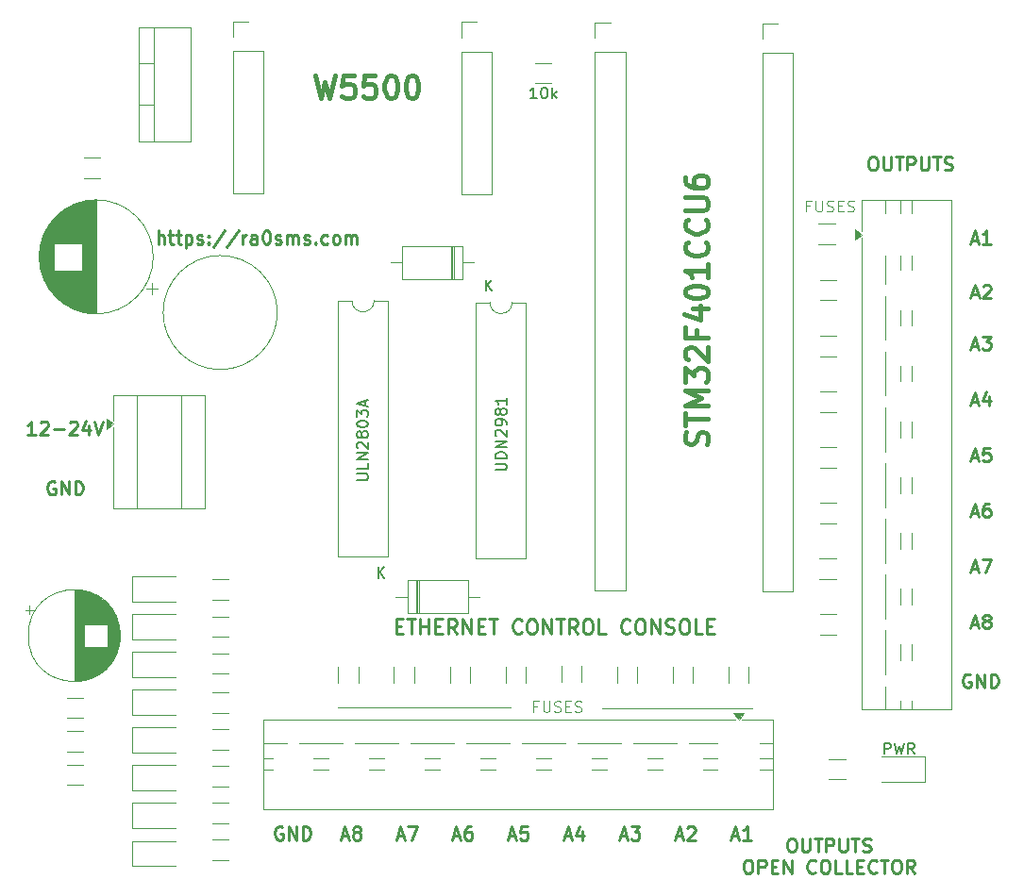
<source format=gbr>
%TF.GenerationSoftware,KiCad,Pcbnew,9.0.4-1.fc42*%
%TF.CreationDate,2025-10-01T21:15:53+08:00*%
%TF.ProjectId,lan_outlet,6c616e5f-6f75-4746-9c65-742e6b696361,rev?*%
%TF.SameCoordinates,Original*%
%TF.FileFunction,Legend,Top*%
%TF.FilePolarity,Positive*%
%FSLAX46Y46*%
G04 Gerber Fmt 4.6, Leading zero omitted, Abs format (unit mm)*
G04 Created by KiCad (PCBNEW 9.0.4-1.fc42) date 2025-10-01 21:15:53*
%MOMM*%
%LPD*%
G01*
G04 APERTURE LIST*
%ADD10C,0.240000*%
%ADD11C,0.260000*%
%ADD12C,0.125000*%
%ADD13C,0.100000*%
%ADD14C,0.400000*%
%ADD15C,0.150000*%
%ADD16C,0.120000*%
G04 APERTURE END LIST*
D10*
X106931285Y-78840662D02*
X106931285Y-77640662D01*
X107445571Y-78840662D02*
X107445571Y-78212091D01*
X107445571Y-78212091D02*
X107388428Y-78097805D01*
X107388428Y-78097805D02*
X107274142Y-78040662D01*
X107274142Y-78040662D02*
X107102713Y-78040662D01*
X107102713Y-78040662D02*
X106988428Y-78097805D01*
X106988428Y-78097805D02*
X106931285Y-78154948D01*
X107845570Y-78040662D02*
X108302713Y-78040662D01*
X108016999Y-77640662D02*
X108016999Y-78669234D01*
X108016999Y-78669234D02*
X108074142Y-78783520D01*
X108074142Y-78783520D02*
X108188427Y-78840662D01*
X108188427Y-78840662D02*
X108302713Y-78840662D01*
X108531284Y-78040662D02*
X108988427Y-78040662D01*
X108702713Y-77640662D02*
X108702713Y-78669234D01*
X108702713Y-78669234D02*
X108759856Y-78783520D01*
X108759856Y-78783520D02*
X108874141Y-78840662D01*
X108874141Y-78840662D02*
X108988427Y-78840662D01*
X109388427Y-78040662D02*
X109388427Y-79240662D01*
X109388427Y-78097805D02*
X109502713Y-78040662D01*
X109502713Y-78040662D02*
X109731284Y-78040662D01*
X109731284Y-78040662D02*
X109845570Y-78097805D01*
X109845570Y-78097805D02*
X109902713Y-78154948D01*
X109902713Y-78154948D02*
X109959855Y-78269234D01*
X109959855Y-78269234D02*
X109959855Y-78612091D01*
X109959855Y-78612091D02*
X109902713Y-78726377D01*
X109902713Y-78726377D02*
X109845570Y-78783520D01*
X109845570Y-78783520D02*
X109731284Y-78840662D01*
X109731284Y-78840662D02*
X109502713Y-78840662D01*
X109502713Y-78840662D02*
X109388427Y-78783520D01*
X110416998Y-78783520D02*
X110531284Y-78840662D01*
X110531284Y-78840662D02*
X110759855Y-78840662D01*
X110759855Y-78840662D02*
X110874141Y-78783520D01*
X110874141Y-78783520D02*
X110931284Y-78669234D01*
X110931284Y-78669234D02*
X110931284Y-78612091D01*
X110931284Y-78612091D02*
X110874141Y-78497805D01*
X110874141Y-78497805D02*
X110759855Y-78440662D01*
X110759855Y-78440662D02*
X110588427Y-78440662D01*
X110588427Y-78440662D02*
X110474141Y-78383520D01*
X110474141Y-78383520D02*
X110416998Y-78269234D01*
X110416998Y-78269234D02*
X110416998Y-78212091D01*
X110416998Y-78212091D02*
X110474141Y-78097805D01*
X110474141Y-78097805D02*
X110588427Y-78040662D01*
X110588427Y-78040662D02*
X110759855Y-78040662D01*
X110759855Y-78040662D02*
X110874141Y-78097805D01*
X111445570Y-78726377D02*
X111502713Y-78783520D01*
X111502713Y-78783520D02*
X111445570Y-78840662D01*
X111445570Y-78840662D02*
X111388427Y-78783520D01*
X111388427Y-78783520D02*
X111445570Y-78726377D01*
X111445570Y-78726377D02*
X111445570Y-78840662D01*
X111445570Y-78097805D02*
X111502713Y-78154948D01*
X111502713Y-78154948D02*
X111445570Y-78212091D01*
X111445570Y-78212091D02*
X111388427Y-78154948D01*
X111388427Y-78154948D02*
X111445570Y-78097805D01*
X111445570Y-78097805D02*
X111445570Y-78212091D01*
X112874142Y-77583520D02*
X111845570Y-79126377D01*
X114131285Y-77583520D02*
X113102713Y-79126377D01*
X114531285Y-78840662D02*
X114531285Y-78040662D01*
X114531285Y-78269234D02*
X114588428Y-78154948D01*
X114588428Y-78154948D02*
X114645571Y-78097805D01*
X114645571Y-78097805D02*
X114759856Y-78040662D01*
X114759856Y-78040662D02*
X114874142Y-78040662D01*
X115788428Y-78840662D02*
X115788428Y-78212091D01*
X115788428Y-78212091D02*
X115731285Y-78097805D01*
X115731285Y-78097805D02*
X115616999Y-78040662D01*
X115616999Y-78040662D02*
X115388428Y-78040662D01*
X115388428Y-78040662D02*
X115274142Y-78097805D01*
X115788428Y-78783520D02*
X115674142Y-78840662D01*
X115674142Y-78840662D02*
X115388428Y-78840662D01*
X115388428Y-78840662D02*
X115274142Y-78783520D01*
X115274142Y-78783520D02*
X115216999Y-78669234D01*
X115216999Y-78669234D02*
X115216999Y-78554948D01*
X115216999Y-78554948D02*
X115274142Y-78440662D01*
X115274142Y-78440662D02*
X115388428Y-78383520D01*
X115388428Y-78383520D02*
X115674142Y-78383520D01*
X115674142Y-78383520D02*
X115788428Y-78326377D01*
X116588427Y-77640662D02*
X116702713Y-77640662D01*
X116702713Y-77640662D02*
X116816999Y-77697805D01*
X116816999Y-77697805D02*
X116874142Y-77754948D01*
X116874142Y-77754948D02*
X116931284Y-77869234D01*
X116931284Y-77869234D02*
X116988427Y-78097805D01*
X116988427Y-78097805D02*
X116988427Y-78383520D01*
X116988427Y-78383520D02*
X116931284Y-78612091D01*
X116931284Y-78612091D02*
X116874142Y-78726377D01*
X116874142Y-78726377D02*
X116816999Y-78783520D01*
X116816999Y-78783520D02*
X116702713Y-78840662D01*
X116702713Y-78840662D02*
X116588427Y-78840662D01*
X116588427Y-78840662D02*
X116474142Y-78783520D01*
X116474142Y-78783520D02*
X116416999Y-78726377D01*
X116416999Y-78726377D02*
X116359856Y-78612091D01*
X116359856Y-78612091D02*
X116302713Y-78383520D01*
X116302713Y-78383520D02*
X116302713Y-78097805D01*
X116302713Y-78097805D02*
X116359856Y-77869234D01*
X116359856Y-77869234D02*
X116416999Y-77754948D01*
X116416999Y-77754948D02*
X116474142Y-77697805D01*
X116474142Y-77697805D02*
X116588427Y-77640662D01*
X117445570Y-78783520D02*
X117559856Y-78840662D01*
X117559856Y-78840662D02*
X117788427Y-78840662D01*
X117788427Y-78840662D02*
X117902713Y-78783520D01*
X117902713Y-78783520D02*
X117959856Y-78669234D01*
X117959856Y-78669234D02*
X117959856Y-78612091D01*
X117959856Y-78612091D02*
X117902713Y-78497805D01*
X117902713Y-78497805D02*
X117788427Y-78440662D01*
X117788427Y-78440662D02*
X117616999Y-78440662D01*
X117616999Y-78440662D02*
X117502713Y-78383520D01*
X117502713Y-78383520D02*
X117445570Y-78269234D01*
X117445570Y-78269234D02*
X117445570Y-78212091D01*
X117445570Y-78212091D02*
X117502713Y-78097805D01*
X117502713Y-78097805D02*
X117616999Y-78040662D01*
X117616999Y-78040662D02*
X117788427Y-78040662D01*
X117788427Y-78040662D02*
X117902713Y-78097805D01*
X118474142Y-78840662D02*
X118474142Y-78040662D01*
X118474142Y-78154948D02*
X118531285Y-78097805D01*
X118531285Y-78097805D02*
X118645570Y-78040662D01*
X118645570Y-78040662D02*
X118816999Y-78040662D01*
X118816999Y-78040662D02*
X118931285Y-78097805D01*
X118931285Y-78097805D02*
X118988428Y-78212091D01*
X118988428Y-78212091D02*
X118988428Y-78840662D01*
X118988428Y-78212091D02*
X119045570Y-78097805D01*
X119045570Y-78097805D02*
X119159856Y-78040662D01*
X119159856Y-78040662D02*
X119331285Y-78040662D01*
X119331285Y-78040662D02*
X119445570Y-78097805D01*
X119445570Y-78097805D02*
X119502713Y-78212091D01*
X119502713Y-78212091D02*
X119502713Y-78840662D01*
X120016999Y-78783520D02*
X120131285Y-78840662D01*
X120131285Y-78840662D02*
X120359856Y-78840662D01*
X120359856Y-78840662D02*
X120474142Y-78783520D01*
X120474142Y-78783520D02*
X120531285Y-78669234D01*
X120531285Y-78669234D02*
X120531285Y-78612091D01*
X120531285Y-78612091D02*
X120474142Y-78497805D01*
X120474142Y-78497805D02*
X120359856Y-78440662D01*
X120359856Y-78440662D02*
X120188428Y-78440662D01*
X120188428Y-78440662D02*
X120074142Y-78383520D01*
X120074142Y-78383520D02*
X120016999Y-78269234D01*
X120016999Y-78269234D02*
X120016999Y-78212091D01*
X120016999Y-78212091D02*
X120074142Y-78097805D01*
X120074142Y-78097805D02*
X120188428Y-78040662D01*
X120188428Y-78040662D02*
X120359856Y-78040662D01*
X120359856Y-78040662D02*
X120474142Y-78097805D01*
X121045571Y-78726377D02*
X121102714Y-78783520D01*
X121102714Y-78783520D02*
X121045571Y-78840662D01*
X121045571Y-78840662D02*
X120988428Y-78783520D01*
X120988428Y-78783520D02*
X121045571Y-78726377D01*
X121045571Y-78726377D02*
X121045571Y-78840662D01*
X122131286Y-78783520D02*
X122017000Y-78840662D01*
X122017000Y-78840662D02*
X121788428Y-78840662D01*
X121788428Y-78840662D02*
X121674143Y-78783520D01*
X121674143Y-78783520D02*
X121617000Y-78726377D01*
X121617000Y-78726377D02*
X121559857Y-78612091D01*
X121559857Y-78612091D02*
X121559857Y-78269234D01*
X121559857Y-78269234D02*
X121617000Y-78154948D01*
X121617000Y-78154948D02*
X121674143Y-78097805D01*
X121674143Y-78097805D02*
X121788428Y-78040662D01*
X121788428Y-78040662D02*
X122017000Y-78040662D01*
X122017000Y-78040662D02*
X122131286Y-78097805D01*
X122816999Y-78840662D02*
X122702714Y-78783520D01*
X122702714Y-78783520D02*
X122645571Y-78726377D01*
X122645571Y-78726377D02*
X122588428Y-78612091D01*
X122588428Y-78612091D02*
X122588428Y-78269234D01*
X122588428Y-78269234D02*
X122645571Y-78154948D01*
X122645571Y-78154948D02*
X122702714Y-78097805D01*
X122702714Y-78097805D02*
X122816999Y-78040662D01*
X122816999Y-78040662D02*
X122988428Y-78040662D01*
X122988428Y-78040662D02*
X123102714Y-78097805D01*
X123102714Y-78097805D02*
X123159857Y-78154948D01*
X123159857Y-78154948D02*
X123216999Y-78269234D01*
X123216999Y-78269234D02*
X123216999Y-78612091D01*
X123216999Y-78612091D02*
X123159857Y-78726377D01*
X123159857Y-78726377D02*
X123102714Y-78783520D01*
X123102714Y-78783520D02*
X122988428Y-78840662D01*
X122988428Y-78840662D02*
X122816999Y-78840662D01*
X123731285Y-78840662D02*
X123731285Y-78040662D01*
X123731285Y-78154948D02*
X123788428Y-78097805D01*
X123788428Y-78097805D02*
X123902713Y-78040662D01*
X123902713Y-78040662D02*
X124074142Y-78040662D01*
X124074142Y-78040662D02*
X124188428Y-78097805D01*
X124188428Y-78097805D02*
X124245571Y-78212091D01*
X124245571Y-78212091D02*
X124245571Y-78840662D01*
X124245571Y-78212091D02*
X124302713Y-78097805D01*
X124302713Y-78097805D02*
X124416999Y-78040662D01*
X124416999Y-78040662D02*
X124588428Y-78040662D01*
X124588428Y-78040662D02*
X124702713Y-78097805D01*
X124702713Y-78097805D02*
X124759856Y-78212091D01*
X124759856Y-78212091D02*
X124759856Y-78840662D01*
D11*
X128261905Y-113146432D02*
X128695239Y-113146432D01*
X128880953Y-113827384D02*
X128261905Y-113827384D01*
X128261905Y-113827384D02*
X128261905Y-112527384D01*
X128261905Y-112527384D02*
X128880953Y-112527384D01*
X129252381Y-112527384D02*
X129995238Y-112527384D01*
X129623810Y-113827384D02*
X129623810Y-112527384D01*
X130428571Y-113827384D02*
X130428571Y-112527384D01*
X130428571Y-113146432D02*
X131171428Y-113146432D01*
X131171428Y-113827384D02*
X131171428Y-112527384D01*
X131790476Y-113146432D02*
X132223810Y-113146432D01*
X132409524Y-113827384D02*
X131790476Y-113827384D01*
X131790476Y-113827384D02*
X131790476Y-112527384D01*
X131790476Y-112527384D02*
X132409524Y-112527384D01*
X133709523Y-113827384D02*
X133276190Y-113208337D01*
X132966666Y-113827384D02*
X132966666Y-112527384D01*
X132966666Y-112527384D02*
X133461904Y-112527384D01*
X133461904Y-112527384D02*
X133585714Y-112589289D01*
X133585714Y-112589289D02*
X133647619Y-112651194D01*
X133647619Y-112651194D02*
X133709523Y-112775003D01*
X133709523Y-112775003D02*
X133709523Y-112960718D01*
X133709523Y-112960718D02*
X133647619Y-113084527D01*
X133647619Y-113084527D02*
X133585714Y-113146432D01*
X133585714Y-113146432D02*
X133461904Y-113208337D01*
X133461904Y-113208337D02*
X132966666Y-113208337D01*
X134266666Y-113827384D02*
X134266666Y-112527384D01*
X134266666Y-112527384D02*
X135009523Y-113827384D01*
X135009523Y-113827384D02*
X135009523Y-112527384D01*
X135628571Y-113146432D02*
X136061905Y-113146432D01*
X136247619Y-113827384D02*
X135628571Y-113827384D01*
X135628571Y-113827384D02*
X135628571Y-112527384D01*
X135628571Y-112527384D02*
X136247619Y-112527384D01*
X136619047Y-112527384D02*
X137361904Y-112527384D01*
X136990476Y-113827384D02*
X136990476Y-112527384D01*
X139528570Y-113703575D02*
X139466666Y-113765480D01*
X139466666Y-113765480D02*
X139280951Y-113827384D01*
X139280951Y-113827384D02*
X139157142Y-113827384D01*
X139157142Y-113827384D02*
X138971428Y-113765480D01*
X138971428Y-113765480D02*
X138847618Y-113641670D01*
X138847618Y-113641670D02*
X138785713Y-113517860D01*
X138785713Y-113517860D02*
X138723809Y-113270241D01*
X138723809Y-113270241D02*
X138723809Y-113084527D01*
X138723809Y-113084527D02*
X138785713Y-112836908D01*
X138785713Y-112836908D02*
X138847618Y-112713099D01*
X138847618Y-112713099D02*
X138971428Y-112589289D01*
X138971428Y-112589289D02*
X139157142Y-112527384D01*
X139157142Y-112527384D02*
X139280951Y-112527384D01*
X139280951Y-112527384D02*
X139466666Y-112589289D01*
X139466666Y-112589289D02*
X139528570Y-112651194D01*
X140333332Y-112527384D02*
X140580951Y-112527384D01*
X140580951Y-112527384D02*
X140704761Y-112589289D01*
X140704761Y-112589289D02*
X140828570Y-112713099D01*
X140828570Y-112713099D02*
X140890475Y-112960718D01*
X140890475Y-112960718D02*
X140890475Y-113394051D01*
X140890475Y-113394051D02*
X140828570Y-113641670D01*
X140828570Y-113641670D02*
X140704761Y-113765480D01*
X140704761Y-113765480D02*
X140580951Y-113827384D01*
X140580951Y-113827384D02*
X140333332Y-113827384D01*
X140333332Y-113827384D02*
X140209523Y-113765480D01*
X140209523Y-113765480D02*
X140085713Y-113641670D01*
X140085713Y-113641670D02*
X140023809Y-113394051D01*
X140023809Y-113394051D02*
X140023809Y-112960718D01*
X140023809Y-112960718D02*
X140085713Y-112713099D01*
X140085713Y-112713099D02*
X140209523Y-112589289D01*
X140209523Y-112589289D02*
X140333332Y-112527384D01*
X141447618Y-113827384D02*
X141447618Y-112527384D01*
X141447618Y-112527384D02*
X142190475Y-113827384D01*
X142190475Y-113827384D02*
X142190475Y-112527384D01*
X142623809Y-112527384D02*
X143366666Y-112527384D01*
X142995238Y-113827384D02*
X142995238Y-112527384D01*
X144542856Y-113827384D02*
X144109523Y-113208337D01*
X143799999Y-113827384D02*
X143799999Y-112527384D01*
X143799999Y-112527384D02*
X144295237Y-112527384D01*
X144295237Y-112527384D02*
X144419047Y-112589289D01*
X144419047Y-112589289D02*
X144480952Y-112651194D01*
X144480952Y-112651194D02*
X144542856Y-112775003D01*
X144542856Y-112775003D02*
X144542856Y-112960718D01*
X144542856Y-112960718D02*
X144480952Y-113084527D01*
X144480952Y-113084527D02*
X144419047Y-113146432D01*
X144419047Y-113146432D02*
X144295237Y-113208337D01*
X144295237Y-113208337D02*
X143799999Y-113208337D01*
X145347618Y-112527384D02*
X145595237Y-112527384D01*
X145595237Y-112527384D02*
X145719047Y-112589289D01*
X145719047Y-112589289D02*
X145842856Y-112713099D01*
X145842856Y-112713099D02*
X145904761Y-112960718D01*
X145904761Y-112960718D02*
X145904761Y-113394051D01*
X145904761Y-113394051D02*
X145842856Y-113641670D01*
X145842856Y-113641670D02*
X145719047Y-113765480D01*
X145719047Y-113765480D02*
X145595237Y-113827384D01*
X145595237Y-113827384D02*
X145347618Y-113827384D01*
X145347618Y-113827384D02*
X145223809Y-113765480D01*
X145223809Y-113765480D02*
X145099999Y-113641670D01*
X145099999Y-113641670D02*
X145038095Y-113394051D01*
X145038095Y-113394051D02*
X145038095Y-112960718D01*
X145038095Y-112960718D02*
X145099999Y-112713099D01*
X145099999Y-112713099D02*
X145223809Y-112589289D01*
X145223809Y-112589289D02*
X145347618Y-112527384D01*
X147080952Y-113827384D02*
X146461904Y-113827384D01*
X146461904Y-113827384D02*
X146461904Y-112527384D01*
X149247618Y-113703575D02*
X149185714Y-113765480D01*
X149185714Y-113765480D02*
X148999999Y-113827384D01*
X148999999Y-113827384D02*
X148876190Y-113827384D01*
X148876190Y-113827384D02*
X148690476Y-113765480D01*
X148690476Y-113765480D02*
X148566666Y-113641670D01*
X148566666Y-113641670D02*
X148504761Y-113517860D01*
X148504761Y-113517860D02*
X148442857Y-113270241D01*
X148442857Y-113270241D02*
X148442857Y-113084527D01*
X148442857Y-113084527D02*
X148504761Y-112836908D01*
X148504761Y-112836908D02*
X148566666Y-112713099D01*
X148566666Y-112713099D02*
X148690476Y-112589289D01*
X148690476Y-112589289D02*
X148876190Y-112527384D01*
X148876190Y-112527384D02*
X148999999Y-112527384D01*
X148999999Y-112527384D02*
X149185714Y-112589289D01*
X149185714Y-112589289D02*
X149247618Y-112651194D01*
X150052380Y-112527384D02*
X150299999Y-112527384D01*
X150299999Y-112527384D02*
X150423809Y-112589289D01*
X150423809Y-112589289D02*
X150547618Y-112713099D01*
X150547618Y-112713099D02*
X150609523Y-112960718D01*
X150609523Y-112960718D02*
X150609523Y-113394051D01*
X150609523Y-113394051D02*
X150547618Y-113641670D01*
X150547618Y-113641670D02*
X150423809Y-113765480D01*
X150423809Y-113765480D02*
X150299999Y-113827384D01*
X150299999Y-113827384D02*
X150052380Y-113827384D01*
X150052380Y-113827384D02*
X149928571Y-113765480D01*
X149928571Y-113765480D02*
X149804761Y-113641670D01*
X149804761Y-113641670D02*
X149742857Y-113394051D01*
X149742857Y-113394051D02*
X149742857Y-112960718D01*
X149742857Y-112960718D02*
X149804761Y-112713099D01*
X149804761Y-112713099D02*
X149928571Y-112589289D01*
X149928571Y-112589289D02*
X150052380Y-112527384D01*
X151166666Y-113827384D02*
X151166666Y-112527384D01*
X151166666Y-112527384D02*
X151909523Y-113827384D01*
X151909523Y-113827384D02*
X151909523Y-112527384D01*
X152466667Y-113765480D02*
X152652381Y-113827384D01*
X152652381Y-113827384D02*
X152961905Y-113827384D01*
X152961905Y-113827384D02*
X153085714Y-113765480D01*
X153085714Y-113765480D02*
X153147619Y-113703575D01*
X153147619Y-113703575D02*
X153209524Y-113579765D01*
X153209524Y-113579765D02*
X153209524Y-113455956D01*
X153209524Y-113455956D02*
X153147619Y-113332146D01*
X153147619Y-113332146D02*
X153085714Y-113270241D01*
X153085714Y-113270241D02*
X152961905Y-113208337D01*
X152961905Y-113208337D02*
X152714286Y-113146432D01*
X152714286Y-113146432D02*
X152590476Y-113084527D01*
X152590476Y-113084527D02*
X152528571Y-113022622D01*
X152528571Y-113022622D02*
X152466667Y-112898813D01*
X152466667Y-112898813D02*
X152466667Y-112775003D01*
X152466667Y-112775003D02*
X152528571Y-112651194D01*
X152528571Y-112651194D02*
X152590476Y-112589289D01*
X152590476Y-112589289D02*
X152714286Y-112527384D01*
X152714286Y-112527384D02*
X153023809Y-112527384D01*
X153023809Y-112527384D02*
X153209524Y-112589289D01*
X154014285Y-112527384D02*
X154261904Y-112527384D01*
X154261904Y-112527384D02*
X154385714Y-112589289D01*
X154385714Y-112589289D02*
X154509523Y-112713099D01*
X154509523Y-112713099D02*
X154571428Y-112960718D01*
X154571428Y-112960718D02*
X154571428Y-113394051D01*
X154571428Y-113394051D02*
X154509523Y-113641670D01*
X154509523Y-113641670D02*
X154385714Y-113765480D01*
X154385714Y-113765480D02*
X154261904Y-113827384D01*
X154261904Y-113827384D02*
X154014285Y-113827384D01*
X154014285Y-113827384D02*
X153890476Y-113765480D01*
X153890476Y-113765480D02*
X153766666Y-113641670D01*
X153766666Y-113641670D02*
X153704762Y-113394051D01*
X153704762Y-113394051D02*
X153704762Y-112960718D01*
X153704762Y-112960718D02*
X153766666Y-112713099D01*
X153766666Y-112713099D02*
X153890476Y-112589289D01*
X153890476Y-112589289D02*
X154014285Y-112527384D01*
X155747619Y-113827384D02*
X155128571Y-113827384D01*
X155128571Y-113827384D02*
X155128571Y-112527384D01*
X156180952Y-113146432D02*
X156614286Y-113146432D01*
X156800000Y-113827384D02*
X156180952Y-113827384D01*
X156180952Y-113827384D02*
X156180952Y-112527384D01*
X156180952Y-112527384D02*
X156800000Y-112527384D01*
D12*
X165403372Y-75413801D02*
X165070039Y-75413801D01*
X165070039Y-75937611D02*
X165070039Y-74937611D01*
X165070039Y-74937611D02*
X165546229Y-74937611D01*
X165927182Y-74937611D02*
X165927182Y-75747134D01*
X165927182Y-75747134D02*
X165974801Y-75842372D01*
X165974801Y-75842372D02*
X166022420Y-75889992D01*
X166022420Y-75889992D02*
X166117658Y-75937611D01*
X166117658Y-75937611D02*
X166308134Y-75937611D01*
X166308134Y-75937611D02*
X166403372Y-75889992D01*
X166403372Y-75889992D02*
X166450991Y-75842372D01*
X166450991Y-75842372D02*
X166498610Y-75747134D01*
X166498610Y-75747134D02*
X166498610Y-74937611D01*
X166927182Y-75889992D02*
X167070039Y-75937611D01*
X167070039Y-75937611D02*
X167308134Y-75937611D01*
X167308134Y-75937611D02*
X167403372Y-75889992D01*
X167403372Y-75889992D02*
X167450991Y-75842372D01*
X167450991Y-75842372D02*
X167498610Y-75747134D01*
X167498610Y-75747134D02*
X167498610Y-75651896D01*
X167498610Y-75651896D02*
X167450991Y-75556658D01*
X167450991Y-75556658D02*
X167403372Y-75509039D01*
X167403372Y-75509039D02*
X167308134Y-75461420D01*
X167308134Y-75461420D02*
X167117658Y-75413801D01*
X167117658Y-75413801D02*
X167022420Y-75366182D01*
X167022420Y-75366182D02*
X166974801Y-75318563D01*
X166974801Y-75318563D02*
X166927182Y-75223325D01*
X166927182Y-75223325D02*
X166927182Y-75128087D01*
X166927182Y-75128087D02*
X166974801Y-75032849D01*
X166974801Y-75032849D02*
X167022420Y-74985230D01*
X167022420Y-74985230D02*
X167117658Y-74937611D01*
X167117658Y-74937611D02*
X167355753Y-74937611D01*
X167355753Y-74937611D02*
X167498610Y-74985230D01*
X167927182Y-75413801D02*
X168260515Y-75413801D01*
X168403372Y-75937611D02*
X167927182Y-75937611D01*
X167927182Y-75937611D02*
X167927182Y-74937611D01*
X167927182Y-74937611D02*
X168403372Y-74937611D01*
X168784325Y-75889992D02*
X168927182Y-75937611D01*
X168927182Y-75937611D02*
X169165277Y-75937611D01*
X169165277Y-75937611D02*
X169260515Y-75889992D01*
X169260515Y-75889992D02*
X169308134Y-75842372D01*
X169308134Y-75842372D02*
X169355753Y-75747134D01*
X169355753Y-75747134D02*
X169355753Y-75651896D01*
X169355753Y-75651896D02*
X169308134Y-75556658D01*
X169308134Y-75556658D02*
X169260515Y-75509039D01*
X169260515Y-75509039D02*
X169165277Y-75461420D01*
X169165277Y-75461420D02*
X168974801Y-75413801D01*
X168974801Y-75413801D02*
X168879563Y-75366182D01*
X168879563Y-75366182D02*
X168831944Y-75318563D01*
X168831944Y-75318563D02*
X168784325Y-75223325D01*
X168784325Y-75223325D02*
X168784325Y-75128087D01*
X168784325Y-75128087D02*
X168831944Y-75032849D01*
X168831944Y-75032849D02*
X168879563Y-74985230D01*
X168879563Y-74985230D02*
X168974801Y-74937611D01*
X168974801Y-74937611D02*
X169212896Y-74937611D01*
X169212896Y-74937611D02*
X169355753Y-74985230D01*
D13*
X146750000Y-120500000D02*
X160250000Y-120500000D01*
X123073151Y-120453341D02*
X138573151Y-120453341D01*
D12*
X140952098Y-120347309D02*
X140618765Y-120347309D01*
X140618765Y-120871119D02*
X140618765Y-119871119D01*
X140618765Y-119871119D02*
X141094955Y-119871119D01*
X141475908Y-119871119D02*
X141475908Y-120680642D01*
X141475908Y-120680642D02*
X141523527Y-120775880D01*
X141523527Y-120775880D02*
X141571146Y-120823500D01*
X141571146Y-120823500D02*
X141666384Y-120871119D01*
X141666384Y-120871119D02*
X141856860Y-120871119D01*
X141856860Y-120871119D02*
X141952098Y-120823500D01*
X141952098Y-120823500D02*
X141999717Y-120775880D01*
X141999717Y-120775880D02*
X142047336Y-120680642D01*
X142047336Y-120680642D02*
X142047336Y-119871119D01*
X142475908Y-120823500D02*
X142618765Y-120871119D01*
X142618765Y-120871119D02*
X142856860Y-120871119D01*
X142856860Y-120871119D02*
X142952098Y-120823500D01*
X142952098Y-120823500D02*
X142999717Y-120775880D01*
X142999717Y-120775880D02*
X143047336Y-120680642D01*
X143047336Y-120680642D02*
X143047336Y-120585404D01*
X143047336Y-120585404D02*
X142999717Y-120490166D01*
X142999717Y-120490166D02*
X142952098Y-120442547D01*
X142952098Y-120442547D02*
X142856860Y-120394928D01*
X142856860Y-120394928D02*
X142666384Y-120347309D01*
X142666384Y-120347309D02*
X142571146Y-120299690D01*
X142571146Y-120299690D02*
X142523527Y-120252071D01*
X142523527Y-120252071D02*
X142475908Y-120156833D01*
X142475908Y-120156833D02*
X142475908Y-120061595D01*
X142475908Y-120061595D02*
X142523527Y-119966357D01*
X142523527Y-119966357D02*
X142571146Y-119918738D01*
X142571146Y-119918738D02*
X142666384Y-119871119D01*
X142666384Y-119871119D02*
X142904479Y-119871119D01*
X142904479Y-119871119D02*
X143047336Y-119918738D01*
X143475908Y-120347309D02*
X143809241Y-120347309D01*
X143952098Y-120871119D02*
X143475908Y-120871119D01*
X143475908Y-120871119D02*
X143475908Y-119871119D01*
X143475908Y-119871119D02*
X143952098Y-119871119D01*
X144333051Y-120823500D02*
X144475908Y-120871119D01*
X144475908Y-120871119D02*
X144714003Y-120871119D01*
X144714003Y-120871119D02*
X144809241Y-120823500D01*
X144809241Y-120823500D02*
X144856860Y-120775880D01*
X144856860Y-120775880D02*
X144904479Y-120680642D01*
X144904479Y-120680642D02*
X144904479Y-120585404D01*
X144904479Y-120585404D02*
X144856860Y-120490166D01*
X144856860Y-120490166D02*
X144809241Y-120442547D01*
X144809241Y-120442547D02*
X144714003Y-120394928D01*
X144714003Y-120394928D02*
X144523527Y-120347309D01*
X144523527Y-120347309D02*
X144428289Y-120299690D01*
X144428289Y-120299690D02*
X144380670Y-120252071D01*
X144380670Y-120252071D02*
X144333051Y-120156833D01*
X144333051Y-120156833D02*
X144333051Y-120061595D01*
X144333051Y-120061595D02*
X144380670Y-119966357D01*
X144380670Y-119966357D02*
X144428289Y-119918738D01*
X144428289Y-119918738D02*
X144523527Y-119871119D01*
X144523527Y-119871119D02*
X144761622Y-119871119D01*
X144761622Y-119871119D02*
X144904479Y-119918738D01*
D10*
X123386465Y-131997805D02*
X123957894Y-131997805D01*
X123272179Y-132340662D02*
X123672179Y-131140662D01*
X123672179Y-131140662D02*
X124072179Y-132340662D01*
X124643607Y-131654948D02*
X124529322Y-131597805D01*
X124529322Y-131597805D02*
X124472179Y-131540662D01*
X124472179Y-131540662D02*
X124415036Y-131426377D01*
X124415036Y-131426377D02*
X124415036Y-131369234D01*
X124415036Y-131369234D02*
X124472179Y-131254948D01*
X124472179Y-131254948D02*
X124529322Y-131197805D01*
X124529322Y-131197805D02*
X124643607Y-131140662D01*
X124643607Y-131140662D02*
X124872179Y-131140662D01*
X124872179Y-131140662D02*
X124986465Y-131197805D01*
X124986465Y-131197805D02*
X125043607Y-131254948D01*
X125043607Y-131254948D02*
X125100750Y-131369234D01*
X125100750Y-131369234D02*
X125100750Y-131426377D01*
X125100750Y-131426377D02*
X125043607Y-131540662D01*
X125043607Y-131540662D02*
X124986465Y-131597805D01*
X124986465Y-131597805D02*
X124872179Y-131654948D01*
X124872179Y-131654948D02*
X124643607Y-131654948D01*
X124643607Y-131654948D02*
X124529322Y-131712091D01*
X124529322Y-131712091D02*
X124472179Y-131769234D01*
X124472179Y-131769234D02*
X124415036Y-131883520D01*
X124415036Y-131883520D02*
X124415036Y-132112091D01*
X124415036Y-132112091D02*
X124472179Y-132226377D01*
X124472179Y-132226377D02*
X124529322Y-132283520D01*
X124529322Y-132283520D02*
X124643607Y-132340662D01*
X124643607Y-132340662D02*
X124872179Y-132340662D01*
X124872179Y-132340662D02*
X124986465Y-132283520D01*
X124986465Y-132283520D02*
X125043607Y-132226377D01*
X125043607Y-132226377D02*
X125100750Y-132112091D01*
X125100750Y-132112091D02*
X125100750Y-131883520D01*
X125100750Y-131883520D02*
X125043607Y-131769234D01*
X125043607Y-131769234D02*
X124986465Y-131712091D01*
X124986465Y-131712091D02*
X124872179Y-131654948D01*
X128386465Y-131997805D02*
X128957894Y-131997805D01*
X128272179Y-132340662D02*
X128672179Y-131140662D01*
X128672179Y-131140662D02*
X129072179Y-132340662D01*
X129357893Y-131140662D02*
X130157893Y-131140662D01*
X130157893Y-131140662D02*
X129643607Y-132340662D01*
X133386465Y-131997805D02*
X133957894Y-131997805D01*
X133272179Y-132340662D02*
X133672179Y-131140662D01*
X133672179Y-131140662D02*
X134072179Y-132340662D01*
X134986465Y-131140662D02*
X134757893Y-131140662D01*
X134757893Y-131140662D02*
X134643607Y-131197805D01*
X134643607Y-131197805D02*
X134586465Y-131254948D01*
X134586465Y-131254948D02*
X134472179Y-131426377D01*
X134472179Y-131426377D02*
X134415036Y-131654948D01*
X134415036Y-131654948D02*
X134415036Y-132112091D01*
X134415036Y-132112091D02*
X134472179Y-132226377D01*
X134472179Y-132226377D02*
X134529322Y-132283520D01*
X134529322Y-132283520D02*
X134643607Y-132340662D01*
X134643607Y-132340662D02*
X134872179Y-132340662D01*
X134872179Y-132340662D02*
X134986465Y-132283520D01*
X134986465Y-132283520D02*
X135043607Y-132226377D01*
X135043607Y-132226377D02*
X135100750Y-132112091D01*
X135100750Y-132112091D02*
X135100750Y-131826377D01*
X135100750Y-131826377D02*
X135043607Y-131712091D01*
X135043607Y-131712091D02*
X134986465Y-131654948D01*
X134986465Y-131654948D02*
X134872179Y-131597805D01*
X134872179Y-131597805D02*
X134643607Y-131597805D01*
X134643607Y-131597805D02*
X134529322Y-131654948D01*
X134529322Y-131654948D02*
X134472179Y-131712091D01*
X134472179Y-131712091D02*
X134415036Y-131826377D01*
X138386465Y-131997805D02*
X138957894Y-131997805D01*
X138272179Y-132340662D02*
X138672179Y-131140662D01*
X138672179Y-131140662D02*
X139072179Y-132340662D01*
X140043607Y-131140662D02*
X139472179Y-131140662D01*
X139472179Y-131140662D02*
X139415036Y-131712091D01*
X139415036Y-131712091D02*
X139472179Y-131654948D01*
X139472179Y-131654948D02*
X139586465Y-131597805D01*
X139586465Y-131597805D02*
X139872179Y-131597805D01*
X139872179Y-131597805D02*
X139986465Y-131654948D01*
X139986465Y-131654948D02*
X140043607Y-131712091D01*
X140043607Y-131712091D02*
X140100750Y-131826377D01*
X140100750Y-131826377D02*
X140100750Y-132112091D01*
X140100750Y-132112091D02*
X140043607Y-132226377D01*
X140043607Y-132226377D02*
X139986465Y-132283520D01*
X139986465Y-132283520D02*
X139872179Y-132340662D01*
X139872179Y-132340662D02*
X139586465Y-132340662D01*
X139586465Y-132340662D02*
X139472179Y-132283520D01*
X139472179Y-132283520D02*
X139415036Y-132226377D01*
X143386465Y-131997805D02*
X143957894Y-131997805D01*
X143272179Y-132340662D02*
X143672179Y-131140662D01*
X143672179Y-131140662D02*
X144072179Y-132340662D01*
X144986465Y-131540662D02*
X144986465Y-132340662D01*
X144700750Y-131083520D02*
X144415036Y-131940662D01*
X144415036Y-131940662D02*
X145157893Y-131940662D01*
X148386465Y-131997805D02*
X148957894Y-131997805D01*
X148272179Y-132340662D02*
X148672179Y-131140662D01*
X148672179Y-131140662D02*
X149072179Y-132340662D01*
X149357893Y-131140662D02*
X150100750Y-131140662D01*
X150100750Y-131140662D02*
X149700750Y-131597805D01*
X149700750Y-131597805D02*
X149872179Y-131597805D01*
X149872179Y-131597805D02*
X149986465Y-131654948D01*
X149986465Y-131654948D02*
X150043607Y-131712091D01*
X150043607Y-131712091D02*
X150100750Y-131826377D01*
X150100750Y-131826377D02*
X150100750Y-132112091D01*
X150100750Y-132112091D02*
X150043607Y-132226377D01*
X150043607Y-132226377D02*
X149986465Y-132283520D01*
X149986465Y-132283520D02*
X149872179Y-132340662D01*
X149872179Y-132340662D02*
X149529322Y-132340662D01*
X149529322Y-132340662D02*
X149415036Y-132283520D01*
X149415036Y-132283520D02*
X149357893Y-132226377D01*
X153386465Y-131997805D02*
X153957894Y-131997805D01*
X153272179Y-132340662D02*
X153672179Y-131140662D01*
X153672179Y-131140662D02*
X154072179Y-132340662D01*
X154415036Y-131254948D02*
X154472179Y-131197805D01*
X154472179Y-131197805D02*
X154586465Y-131140662D01*
X154586465Y-131140662D02*
X154872179Y-131140662D01*
X154872179Y-131140662D02*
X154986465Y-131197805D01*
X154986465Y-131197805D02*
X155043607Y-131254948D01*
X155043607Y-131254948D02*
X155100750Y-131369234D01*
X155100750Y-131369234D02*
X155100750Y-131483520D01*
X155100750Y-131483520D02*
X155043607Y-131654948D01*
X155043607Y-131654948D02*
X154357893Y-132340662D01*
X154357893Y-132340662D02*
X155100750Y-132340662D01*
X158386465Y-131997805D02*
X158957894Y-131997805D01*
X158272179Y-132340662D02*
X158672179Y-131140662D01*
X158672179Y-131140662D02*
X159072179Y-132340662D01*
X160100750Y-132340662D02*
X159415036Y-132340662D01*
X159757893Y-132340662D02*
X159757893Y-131140662D01*
X159757893Y-131140662D02*
X159643607Y-131312091D01*
X159643607Y-131312091D02*
X159529322Y-131426377D01*
X159529322Y-131426377D02*
X159415036Y-131483520D01*
X163653292Y-132208729D02*
X163881864Y-132208729D01*
X163881864Y-132208729D02*
X163996149Y-132265872D01*
X163996149Y-132265872D02*
X164110435Y-132380158D01*
X164110435Y-132380158D02*
X164167578Y-132608729D01*
X164167578Y-132608729D02*
X164167578Y-133008729D01*
X164167578Y-133008729D02*
X164110435Y-133237301D01*
X164110435Y-133237301D02*
X163996149Y-133351587D01*
X163996149Y-133351587D02*
X163881864Y-133408729D01*
X163881864Y-133408729D02*
X163653292Y-133408729D01*
X163653292Y-133408729D02*
X163539007Y-133351587D01*
X163539007Y-133351587D02*
X163424721Y-133237301D01*
X163424721Y-133237301D02*
X163367578Y-133008729D01*
X163367578Y-133008729D02*
X163367578Y-132608729D01*
X163367578Y-132608729D02*
X163424721Y-132380158D01*
X163424721Y-132380158D02*
X163539007Y-132265872D01*
X163539007Y-132265872D02*
X163653292Y-132208729D01*
X164681864Y-132208729D02*
X164681864Y-133180158D01*
X164681864Y-133180158D02*
X164739007Y-133294444D01*
X164739007Y-133294444D02*
X164796150Y-133351587D01*
X164796150Y-133351587D02*
X164910435Y-133408729D01*
X164910435Y-133408729D02*
X165139007Y-133408729D01*
X165139007Y-133408729D02*
X165253292Y-133351587D01*
X165253292Y-133351587D02*
X165310435Y-133294444D01*
X165310435Y-133294444D02*
X165367578Y-133180158D01*
X165367578Y-133180158D02*
X165367578Y-132208729D01*
X165767578Y-132208729D02*
X166453293Y-132208729D01*
X166110435Y-133408729D02*
X166110435Y-132208729D01*
X166853293Y-133408729D02*
X166853293Y-132208729D01*
X166853293Y-132208729D02*
X167310436Y-132208729D01*
X167310436Y-132208729D02*
X167424721Y-132265872D01*
X167424721Y-132265872D02*
X167481864Y-132323015D01*
X167481864Y-132323015D02*
X167539007Y-132437301D01*
X167539007Y-132437301D02*
X167539007Y-132608729D01*
X167539007Y-132608729D02*
X167481864Y-132723015D01*
X167481864Y-132723015D02*
X167424721Y-132780158D01*
X167424721Y-132780158D02*
X167310436Y-132837301D01*
X167310436Y-132837301D02*
X166853293Y-132837301D01*
X168053293Y-132208729D02*
X168053293Y-133180158D01*
X168053293Y-133180158D02*
X168110436Y-133294444D01*
X168110436Y-133294444D02*
X168167579Y-133351587D01*
X168167579Y-133351587D02*
X168281864Y-133408729D01*
X168281864Y-133408729D02*
X168510436Y-133408729D01*
X168510436Y-133408729D02*
X168624721Y-133351587D01*
X168624721Y-133351587D02*
X168681864Y-133294444D01*
X168681864Y-133294444D02*
X168739007Y-133180158D01*
X168739007Y-133180158D02*
X168739007Y-132208729D01*
X169139007Y-132208729D02*
X169824722Y-132208729D01*
X169481864Y-133408729D02*
X169481864Y-132208729D01*
X170167579Y-133351587D02*
X170339008Y-133408729D01*
X170339008Y-133408729D02*
X170624722Y-133408729D01*
X170624722Y-133408729D02*
X170739008Y-133351587D01*
X170739008Y-133351587D02*
X170796150Y-133294444D01*
X170796150Y-133294444D02*
X170853293Y-133180158D01*
X170853293Y-133180158D02*
X170853293Y-133065872D01*
X170853293Y-133065872D02*
X170796150Y-132951587D01*
X170796150Y-132951587D02*
X170739008Y-132894444D01*
X170739008Y-132894444D02*
X170624722Y-132837301D01*
X170624722Y-132837301D02*
X170396150Y-132780158D01*
X170396150Y-132780158D02*
X170281865Y-132723015D01*
X170281865Y-132723015D02*
X170224722Y-132665872D01*
X170224722Y-132665872D02*
X170167579Y-132551587D01*
X170167579Y-132551587D02*
X170167579Y-132437301D01*
X170167579Y-132437301D02*
X170224722Y-132323015D01*
X170224722Y-132323015D02*
X170281865Y-132265872D01*
X170281865Y-132265872D02*
X170396150Y-132208729D01*
X170396150Y-132208729D02*
X170681865Y-132208729D01*
X170681865Y-132208729D02*
X170853293Y-132265872D01*
X159739006Y-134140662D02*
X159967578Y-134140662D01*
X159967578Y-134140662D02*
X160081863Y-134197805D01*
X160081863Y-134197805D02*
X160196149Y-134312091D01*
X160196149Y-134312091D02*
X160253292Y-134540662D01*
X160253292Y-134540662D02*
X160253292Y-134940662D01*
X160253292Y-134940662D02*
X160196149Y-135169234D01*
X160196149Y-135169234D02*
X160081863Y-135283520D01*
X160081863Y-135283520D02*
X159967578Y-135340662D01*
X159967578Y-135340662D02*
X159739006Y-135340662D01*
X159739006Y-135340662D02*
X159624721Y-135283520D01*
X159624721Y-135283520D02*
X159510435Y-135169234D01*
X159510435Y-135169234D02*
X159453292Y-134940662D01*
X159453292Y-134940662D02*
X159453292Y-134540662D01*
X159453292Y-134540662D02*
X159510435Y-134312091D01*
X159510435Y-134312091D02*
X159624721Y-134197805D01*
X159624721Y-134197805D02*
X159739006Y-134140662D01*
X160767578Y-135340662D02*
X160767578Y-134140662D01*
X160767578Y-134140662D02*
X161224721Y-134140662D01*
X161224721Y-134140662D02*
X161339006Y-134197805D01*
X161339006Y-134197805D02*
X161396149Y-134254948D01*
X161396149Y-134254948D02*
X161453292Y-134369234D01*
X161453292Y-134369234D02*
X161453292Y-134540662D01*
X161453292Y-134540662D02*
X161396149Y-134654948D01*
X161396149Y-134654948D02*
X161339006Y-134712091D01*
X161339006Y-134712091D02*
X161224721Y-134769234D01*
X161224721Y-134769234D02*
X160767578Y-134769234D01*
X161967578Y-134712091D02*
X162367578Y-134712091D01*
X162539006Y-135340662D02*
X161967578Y-135340662D01*
X161967578Y-135340662D02*
X161967578Y-134140662D01*
X161967578Y-134140662D02*
X162539006Y-134140662D01*
X163053292Y-135340662D02*
X163053292Y-134140662D01*
X163053292Y-134140662D02*
X163739006Y-135340662D01*
X163739006Y-135340662D02*
X163739006Y-134140662D01*
X165910435Y-135226377D02*
X165853292Y-135283520D01*
X165853292Y-135283520D02*
X165681864Y-135340662D01*
X165681864Y-135340662D02*
X165567578Y-135340662D01*
X165567578Y-135340662D02*
X165396149Y-135283520D01*
X165396149Y-135283520D02*
X165281864Y-135169234D01*
X165281864Y-135169234D02*
X165224721Y-135054948D01*
X165224721Y-135054948D02*
X165167578Y-134826377D01*
X165167578Y-134826377D02*
X165167578Y-134654948D01*
X165167578Y-134654948D02*
X165224721Y-134426377D01*
X165224721Y-134426377D02*
X165281864Y-134312091D01*
X165281864Y-134312091D02*
X165396149Y-134197805D01*
X165396149Y-134197805D02*
X165567578Y-134140662D01*
X165567578Y-134140662D02*
X165681864Y-134140662D01*
X165681864Y-134140662D02*
X165853292Y-134197805D01*
X165853292Y-134197805D02*
X165910435Y-134254948D01*
X166653292Y-134140662D02*
X166881864Y-134140662D01*
X166881864Y-134140662D02*
X166996149Y-134197805D01*
X166996149Y-134197805D02*
X167110435Y-134312091D01*
X167110435Y-134312091D02*
X167167578Y-134540662D01*
X167167578Y-134540662D02*
X167167578Y-134940662D01*
X167167578Y-134940662D02*
X167110435Y-135169234D01*
X167110435Y-135169234D02*
X166996149Y-135283520D01*
X166996149Y-135283520D02*
X166881864Y-135340662D01*
X166881864Y-135340662D02*
X166653292Y-135340662D01*
X166653292Y-135340662D02*
X166539007Y-135283520D01*
X166539007Y-135283520D02*
X166424721Y-135169234D01*
X166424721Y-135169234D02*
X166367578Y-134940662D01*
X166367578Y-134940662D02*
X166367578Y-134540662D01*
X166367578Y-134540662D02*
X166424721Y-134312091D01*
X166424721Y-134312091D02*
X166539007Y-134197805D01*
X166539007Y-134197805D02*
X166653292Y-134140662D01*
X168253292Y-135340662D02*
X167681864Y-135340662D01*
X167681864Y-135340662D02*
X167681864Y-134140662D01*
X169224721Y-135340662D02*
X168653293Y-135340662D01*
X168653293Y-135340662D02*
X168653293Y-134140662D01*
X169624722Y-134712091D02*
X170024722Y-134712091D01*
X170196150Y-135340662D02*
X169624722Y-135340662D01*
X169624722Y-135340662D02*
X169624722Y-134140662D01*
X169624722Y-134140662D02*
X170196150Y-134140662D01*
X171396150Y-135226377D02*
X171339007Y-135283520D01*
X171339007Y-135283520D02*
X171167579Y-135340662D01*
X171167579Y-135340662D02*
X171053293Y-135340662D01*
X171053293Y-135340662D02*
X170881864Y-135283520D01*
X170881864Y-135283520D02*
X170767579Y-135169234D01*
X170767579Y-135169234D02*
X170710436Y-135054948D01*
X170710436Y-135054948D02*
X170653293Y-134826377D01*
X170653293Y-134826377D02*
X170653293Y-134654948D01*
X170653293Y-134654948D02*
X170710436Y-134426377D01*
X170710436Y-134426377D02*
X170767579Y-134312091D01*
X170767579Y-134312091D02*
X170881864Y-134197805D01*
X170881864Y-134197805D02*
X171053293Y-134140662D01*
X171053293Y-134140662D02*
X171167579Y-134140662D01*
X171167579Y-134140662D02*
X171339007Y-134197805D01*
X171339007Y-134197805D02*
X171396150Y-134254948D01*
X171739007Y-134140662D02*
X172424722Y-134140662D01*
X172081864Y-135340662D02*
X172081864Y-134140662D01*
X173053293Y-134140662D02*
X173281865Y-134140662D01*
X173281865Y-134140662D02*
X173396150Y-134197805D01*
X173396150Y-134197805D02*
X173510436Y-134312091D01*
X173510436Y-134312091D02*
X173567579Y-134540662D01*
X173567579Y-134540662D02*
X173567579Y-134940662D01*
X173567579Y-134940662D02*
X173510436Y-135169234D01*
X173510436Y-135169234D02*
X173396150Y-135283520D01*
X173396150Y-135283520D02*
X173281865Y-135340662D01*
X173281865Y-135340662D02*
X173053293Y-135340662D01*
X173053293Y-135340662D02*
X172939008Y-135283520D01*
X172939008Y-135283520D02*
X172824722Y-135169234D01*
X172824722Y-135169234D02*
X172767579Y-134940662D01*
X172767579Y-134940662D02*
X172767579Y-134540662D01*
X172767579Y-134540662D02*
X172824722Y-134312091D01*
X172824722Y-134312091D02*
X172939008Y-134197805D01*
X172939008Y-134197805D02*
X173053293Y-134140662D01*
X174767579Y-135340662D02*
X174367579Y-134769234D01*
X174081865Y-135340662D02*
X174081865Y-134140662D01*
X174081865Y-134140662D02*
X174539008Y-134140662D01*
X174539008Y-134140662D02*
X174653293Y-134197805D01*
X174653293Y-134197805D02*
X174710436Y-134254948D01*
X174710436Y-134254948D02*
X174767579Y-134369234D01*
X174767579Y-134369234D02*
X174767579Y-134540662D01*
X174767579Y-134540662D02*
X174710436Y-134654948D01*
X174710436Y-134654948D02*
X174653293Y-134712091D01*
X174653293Y-134712091D02*
X174539008Y-134769234D01*
X174539008Y-134769234D02*
X174081865Y-134769234D01*
X170948817Y-71022071D02*
X171177389Y-71022071D01*
X171177389Y-71022071D02*
X171291674Y-71079214D01*
X171291674Y-71079214D02*
X171405960Y-71193500D01*
X171405960Y-71193500D02*
X171463103Y-71422071D01*
X171463103Y-71422071D02*
X171463103Y-71822071D01*
X171463103Y-71822071D02*
X171405960Y-72050643D01*
X171405960Y-72050643D02*
X171291674Y-72164929D01*
X171291674Y-72164929D02*
X171177389Y-72222071D01*
X171177389Y-72222071D02*
X170948817Y-72222071D01*
X170948817Y-72222071D02*
X170834532Y-72164929D01*
X170834532Y-72164929D02*
X170720246Y-72050643D01*
X170720246Y-72050643D02*
X170663103Y-71822071D01*
X170663103Y-71822071D02*
X170663103Y-71422071D01*
X170663103Y-71422071D02*
X170720246Y-71193500D01*
X170720246Y-71193500D02*
X170834532Y-71079214D01*
X170834532Y-71079214D02*
X170948817Y-71022071D01*
X171977389Y-71022071D02*
X171977389Y-71993500D01*
X171977389Y-71993500D02*
X172034532Y-72107786D01*
X172034532Y-72107786D02*
X172091675Y-72164929D01*
X172091675Y-72164929D02*
X172205960Y-72222071D01*
X172205960Y-72222071D02*
X172434532Y-72222071D01*
X172434532Y-72222071D02*
X172548817Y-72164929D01*
X172548817Y-72164929D02*
X172605960Y-72107786D01*
X172605960Y-72107786D02*
X172663103Y-71993500D01*
X172663103Y-71993500D02*
X172663103Y-71022071D01*
X173063103Y-71022071D02*
X173748818Y-71022071D01*
X173405960Y-72222071D02*
X173405960Y-71022071D01*
X174148818Y-72222071D02*
X174148818Y-71022071D01*
X174148818Y-71022071D02*
X174605961Y-71022071D01*
X174605961Y-71022071D02*
X174720246Y-71079214D01*
X174720246Y-71079214D02*
X174777389Y-71136357D01*
X174777389Y-71136357D02*
X174834532Y-71250643D01*
X174834532Y-71250643D02*
X174834532Y-71422071D01*
X174834532Y-71422071D02*
X174777389Y-71536357D01*
X174777389Y-71536357D02*
X174720246Y-71593500D01*
X174720246Y-71593500D02*
X174605961Y-71650643D01*
X174605961Y-71650643D02*
X174148818Y-71650643D01*
X175348818Y-71022071D02*
X175348818Y-71993500D01*
X175348818Y-71993500D02*
X175405961Y-72107786D01*
X175405961Y-72107786D02*
X175463104Y-72164929D01*
X175463104Y-72164929D02*
X175577389Y-72222071D01*
X175577389Y-72222071D02*
X175805961Y-72222071D01*
X175805961Y-72222071D02*
X175920246Y-72164929D01*
X175920246Y-72164929D02*
X175977389Y-72107786D01*
X175977389Y-72107786D02*
X176034532Y-71993500D01*
X176034532Y-71993500D02*
X176034532Y-71022071D01*
X176434532Y-71022071D02*
X177120247Y-71022071D01*
X176777389Y-72222071D02*
X176777389Y-71022071D01*
X177463104Y-72164929D02*
X177634533Y-72222071D01*
X177634533Y-72222071D02*
X177920247Y-72222071D01*
X177920247Y-72222071D02*
X178034533Y-72164929D01*
X178034533Y-72164929D02*
X178091675Y-72107786D01*
X178091675Y-72107786D02*
X178148818Y-71993500D01*
X178148818Y-71993500D02*
X178148818Y-71879214D01*
X178148818Y-71879214D02*
X178091675Y-71764929D01*
X178091675Y-71764929D02*
X178034533Y-71707786D01*
X178034533Y-71707786D02*
X177920247Y-71650643D01*
X177920247Y-71650643D02*
X177691675Y-71593500D01*
X177691675Y-71593500D02*
X177577390Y-71536357D01*
X177577390Y-71536357D02*
X177520247Y-71479214D01*
X177520247Y-71479214D02*
X177463104Y-71364929D01*
X177463104Y-71364929D02*
X177463104Y-71250643D01*
X177463104Y-71250643D02*
X177520247Y-71136357D01*
X177520247Y-71136357D02*
X177577390Y-71079214D01*
X177577390Y-71079214D02*
X177691675Y-71022071D01*
X177691675Y-71022071D02*
X177977390Y-71022071D01*
X177977390Y-71022071D02*
X178148818Y-71079214D01*
X179886465Y-112997805D02*
X180457894Y-112997805D01*
X179772179Y-113340662D02*
X180172179Y-112140662D01*
X180172179Y-112140662D02*
X180572179Y-113340662D01*
X181143607Y-112654948D02*
X181029322Y-112597805D01*
X181029322Y-112597805D02*
X180972179Y-112540662D01*
X180972179Y-112540662D02*
X180915036Y-112426377D01*
X180915036Y-112426377D02*
X180915036Y-112369234D01*
X180915036Y-112369234D02*
X180972179Y-112254948D01*
X180972179Y-112254948D02*
X181029322Y-112197805D01*
X181029322Y-112197805D02*
X181143607Y-112140662D01*
X181143607Y-112140662D02*
X181372179Y-112140662D01*
X181372179Y-112140662D02*
X181486465Y-112197805D01*
X181486465Y-112197805D02*
X181543607Y-112254948D01*
X181543607Y-112254948D02*
X181600750Y-112369234D01*
X181600750Y-112369234D02*
X181600750Y-112426377D01*
X181600750Y-112426377D02*
X181543607Y-112540662D01*
X181543607Y-112540662D02*
X181486465Y-112597805D01*
X181486465Y-112597805D02*
X181372179Y-112654948D01*
X181372179Y-112654948D02*
X181143607Y-112654948D01*
X181143607Y-112654948D02*
X181029322Y-112712091D01*
X181029322Y-112712091D02*
X180972179Y-112769234D01*
X180972179Y-112769234D02*
X180915036Y-112883520D01*
X180915036Y-112883520D02*
X180915036Y-113112091D01*
X180915036Y-113112091D02*
X180972179Y-113226377D01*
X180972179Y-113226377D02*
X181029322Y-113283520D01*
X181029322Y-113283520D02*
X181143607Y-113340662D01*
X181143607Y-113340662D02*
X181372179Y-113340662D01*
X181372179Y-113340662D02*
X181486465Y-113283520D01*
X181486465Y-113283520D02*
X181543607Y-113226377D01*
X181543607Y-113226377D02*
X181600750Y-113112091D01*
X181600750Y-113112091D02*
X181600750Y-112883520D01*
X181600750Y-112883520D02*
X181543607Y-112769234D01*
X181543607Y-112769234D02*
X181486465Y-112712091D01*
X181486465Y-112712091D02*
X181372179Y-112654948D01*
X179886465Y-107997805D02*
X180457894Y-107997805D01*
X179772179Y-108340662D02*
X180172179Y-107140662D01*
X180172179Y-107140662D02*
X180572179Y-108340662D01*
X180857893Y-107140662D02*
X181657893Y-107140662D01*
X181657893Y-107140662D02*
X181143607Y-108340662D01*
X179886465Y-102997805D02*
X180457894Y-102997805D01*
X179772179Y-103340662D02*
X180172179Y-102140662D01*
X180172179Y-102140662D02*
X180572179Y-103340662D01*
X181486465Y-102140662D02*
X181257893Y-102140662D01*
X181257893Y-102140662D02*
X181143607Y-102197805D01*
X181143607Y-102197805D02*
X181086465Y-102254948D01*
X181086465Y-102254948D02*
X180972179Y-102426377D01*
X180972179Y-102426377D02*
X180915036Y-102654948D01*
X180915036Y-102654948D02*
X180915036Y-103112091D01*
X180915036Y-103112091D02*
X180972179Y-103226377D01*
X180972179Y-103226377D02*
X181029322Y-103283520D01*
X181029322Y-103283520D02*
X181143607Y-103340662D01*
X181143607Y-103340662D02*
X181372179Y-103340662D01*
X181372179Y-103340662D02*
X181486465Y-103283520D01*
X181486465Y-103283520D02*
X181543607Y-103226377D01*
X181543607Y-103226377D02*
X181600750Y-103112091D01*
X181600750Y-103112091D02*
X181600750Y-102826377D01*
X181600750Y-102826377D02*
X181543607Y-102712091D01*
X181543607Y-102712091D02*
X181486465Y-102654948D01*
X181486465Y-102654948D02*
X181372179Y-102597805D01*
X181372179Y-102597805D02*
X181143607Y-102597805D01*
X181143607Y-102597805D02*
X181029322Y-102654948D01*
X181029322Y-102654948D02*
X180972179Y-102712091D01*
X180972179Y-102712091D02*
X180915036Y-102826377D01*
X179886465Y-97997805D02*
X180457894Y-97997805D01*
X179772179Y-98340662D02*
X180172179Y-97140662D01*
X180172179Y-97140662D02*
X180572179Y-98340662D01*
X181543607Y-97140662D02*
X180972179Y-97140662D01*
X180972179Y-97140662D02*
X180915036Y-97712091D01*
X180915036Y-97712091D02*
X180972179Y-97654948D01*
X180972179Y-97654948D02*
X181086465Y-97597805D01*
X181086465Y-97597805D02*
X181372179Y-97597805D01*
X181372179Y-97597805D02*
X181486465Y-97654948D01*
X181486465Y-97654948D02*
X181543607Y-97712091D01*
X181543607Y-97712091D02*
X181600750Y-97826377D01*
X181600750Y-97826377D02*
X181600750Y-98112091D01*
X181600750Y-98112091D02*
X181543607Y-98226377D01*
X181543607Y-98226377D02*
X181486465Y-98283520D01*
X181486465Y-98283520D02*
X181372179Y-98340662D01*
X181372179Y-98340662D02*
X181086465Y-98340662D01*
X181086465Y-98340662D02*
X180972179Y-98283520D01*
X180972179Y-98283520D02*
X180915036Y-98226377D01*
X179886465Y-92997805D02*
X180457894Y-92997805D01*
X179772179Y-93340662D02*
X180172179Y-92140662D01*
X180172179Y-92140662D02*
X180572179Y-93340662D01*
X181486465Y-92540662D02*
X181486465Y-93340662D01*
X181200750Y-92083520D02*
X180915036Y-92940662D01*
X180915036Y-92940662D02*
X181657893Y-92940662D01*
X179886465Y-87997805D02*
X180457894Y-87997805D01*
X179772179Y-88340662D02*
X180172179Y-87140662D01*
X180172179Y-87140662D02*
X180572179Y-88340662D01*
X180857893Y-87140662D02*
X181600750Y-87140662D01*
X181600750Y-87140662D02*
X181200750Y-87597805D01*
X181200750Y-87597805D02*
X181372179Y-87597805D01*
X181372179Y-87597805D02*
X181486465Y-87654948D01*
X181486465Y-87654948D02*
X181543607Y-87712091D01*
X181543607Y-87712091D02*
X181600750Y-87826377D01*
X181600750Y-87826377D02*
X181600750Y-88112091D01*
X181600750Y-88112091D02*
X181543607Y-88226377D01*
X181543607Y-88226377D02*
X181486465Y-88283520D01*
X181486465Y-88283520D02*
X181372179Y-88340662D01*
X181372179Y-88340662D02*
X181029322Y-88340662D01*
X181029322Y-88340662D02*
X180915036Y-88283520D01*
X180915036Y-88283520D02*
X180857893Y-88226377D01*
X179918948Y-83393107D02*
X180490377Y-83393107D01*
X179804662Y-83735964D02*
X180204662Y-82535964D01*
X180204662Y-82535964D02*
X180604662Y-83735964D01*
X180947519Y-82650250D02*
X181004662Y-82593107D01*
X181004662Y-82593107D02*
X181118948Y-82535964D01*
X181118948Y-82535964D02*
X181404662Y-82535964D01*
X181404662Y-82535964D02*
X181518948Y-82593107D01*
X181518948Y-82593107D02*
X181576090Y-82650250D01*
X181576090Y-82650250D02*
X181633233Y-82764536D01*
X181633233Y-82764536D02*
X181633233Y-82878822D01*
X181633233Y-82878822D02*
X181576090Y-83050250D01*
X181576090Y-83050250D02*
X180890376Y-83735964D01*
X180890376Y-83735964D02*
X181633233Y-83735964D01*
X179886465Y-78497805D02*
X180457894Y-78497805D01*
X179772179Y-78840662D02*
X180172179Y-77640662D01*
X180172179Y-77640662D02*
X180572179Y-78840662D01*
X181600750Y-78840662D02*
X180915036Y-78840662D01*
X181257893Y-78840662D02*
X181257893Y-77640662D01*
X181257893Y-77640662D02*
X181143607Y-77812091D01*
X181143607Y-77812091D02*
X181029322Y-77926377D01*
X181029322Y-77926377D02*
X180915036Y-77983520D01*
X179780079Y-117498113D02*
X179665794Y-117440970D01*
X179665794Y-117440970D02*
X179494365Y-117440970D01*
X179494365Y-117440970D02*
X179322936Y-117498113D01*
X179322936Y-117498113D02*
X179208651Y-117612399D01*
X179208651Y-117612399D02*
X179151508Y-117726685D01*
X179151508Y-117726685D02*
X179094365Y-117955256D01*
X179094365Y-117955256D02*
X179094365Y-118126685D01*
X179094365Y-118126685D02*
X179151508Y-118355256D01*
X179151508Y-118355256D02*
X179208651Y-118469542D01*
X179208651Y-118469542D02*
X179322936Y-118583828D01*
X179322936Y-118583828D02*
X179494365Y-118640970D01*
X179494365Y-118640970D02*
X179608651Y-118640970D01*
X179608651Y-118640970D02*
X179780079Y-118583828D01*
X179780079Y-118583828D02*
X179837222Y-118526685D01*
X179837222Y-118526685D02*
X179837222Y-118126685D01*
X179837222Y-118126685D02*
X179608651Y-118126685D01*
X180351508Y-118640970D02*
X180351508Y-117440970D01*
X180351508Y-117440970D02*
X181037222Y-118640970D01*
X181037222Y-118640970D02*
X181037222Y-117440970D01*
X181608651Y-118640970D02*
X181608651Y-117440970D01*
X181608651Y-117440970D02*
X181894365Y-117440970D01*
X181894365Y-117440970D02*
X182065794Y-117498113D01*
X182065794Y-117498113D02*
X182180079Y-117612399D01*
X182180079Y-117612399D02*
X182237222Y-117726685D01*
X182237222Y-117726685D02*
X182294365Y-117955256D01*
X182294365Y-117955256D02*
X182294365Y-118126685D01*
X182294365Y-118126685D02*
X182237222Y-118355256D01*
X182237222Y-118355256D02*
X182180079Y-118469542D01*
X182180079Y-118469542D02*
X182065794Y-118583828D01*
X182065794Y-118583828D02*
X181894365Y-118640970D01*
X181894365Y-118640970D02*
X181608651Y-118640970D01*
X118072179Y-131197805D02*
X117957894Y-131140662D01*
X117957894Y-131140662D02*
X117786465Y-131140662D01*
X117786465Y-131140662D02*
X117615036Y-131197805D01*
X117615036Y-131197805D02*
X117500751Y-131312091D01*
X117500751Y-131312091D02*
X117443608Y-131426377D01*
X117443608Y-131426377D02*
X117386465Y-131654948D01*
X117386465Y-131654948D02*
X117386465Y-131826377D01*
X117386465Y-131826377D02*
X117443608Y-132054948D01*
X117443608Y-132054948D02*
X117500751Y-132169234D01*
X117500751Y-132169234D02*
X117615036Y-132283520D01*
X117615036Y-132283520D02*
X117786465Y-132340662D01*
X117786465Y-132340662D02*
X117900751Y-132340662D01*
X117900751Y-132340662D02*
X118072179Y-132283520D01*
X118072179Y-132283520D02*
X118129322Y-132226377D01*
X118129322Y-132226377D02*
X118129322Y-131826377D01*
X118129322Y-131826377D02*
X117900751Y-131826377D01*
X118643608Y-132340662D02*
X118643608Y-131140662D01*
X118643608Y-131140662D02*
X119329322Y-132340662D01*
X119329322Y-132340662D02*
X119329322Y-131140662D01*
X119900751Y-132340662D02*
X119900751Y-131140662D01*
X119900751Y-131140662D02*
X120186465Y-131140662D01*
X120186465Y-131140662D02*
X120357894Y-131197805D01*
X120357894Y-131197805D02*
X120472179Y-131312091D01*
X120472179Y-131312091D02*
X120529322Y-131426377D01*
X120529322Y-131426377D02*
X120586465Y-131654948D01*
X120586465Y-131654948D02*
X120586465Y-131826377D01*
X120586465Y-131826377D02*
X120529322Y-132054948D01*
X120529322Y-132054948D02*
X120472179Y-132169234D01*
X120472179Y-132169234D02*
X120357894Y-132283520D01*
X120357894Y-132283520D02*
X120186465Y-132340662D01*
X120186465Y-132340662D02*
X119900751Y-132340662D01*
X95919697Y-95956961D02*
X95233983Y-95956961D01*
X95576840Y-95956961D02*
X95576840Y-94756961D01*
X95576840Y-94756961D02*
X95462554Y-94928390D01*
X95462554Y-94928390D02*
X95348269Y-95042676D01*
X95348269Y-95042676D02*
X95233983Y-95099819D01*
X96376840Y-94871247D02*
X96433983Y-94814104D01*
X96433983Y-94814104D02*
X96548269Y-94756961D01*
X96548269Y-94756961D02*
X96833983Y-94756961D01*
X96833983Y-94756961D02*
X96948269Y-94814104D01*
X96948269Y-94814104D02*
X97005411Y-94871247D01*
X97005411Y-94871247D02*
X97062554Y-94985533D01*
X97062554Y-94985533D02*
X97062554Y-95099819D01*
X97062554Y-95099819D02*
X97005411Y-95271247D01*
X97005411Y-95271247D02*
X96319697Y-95956961D01*
X96319697Y-95956961D02*
X97062554Y-95956961D01*
X97576840Y-95499819D02*
X98491126Y-95499819D01*
X99005411Y-94871247D02*
X99062554Y-94814104D01*
X99062554Y-94814104D02*
X99176840Y-94756961D01*
X99176840Y-94756961D02*
X99462554Y-94756961D01*
X99462554Y-94756961D02*
X99576840Y-94814104D01*
X99576840Y-94814104D02*
X99633982Y-94871247D01*
X99633982Y-94871247D02*
X99691125Y-94985533D01*
X99691125Y-94985533D02*
X99691125Y-95099819D01*
X99691125Y-95099819D02*
X99633982Y-95271247D01*
X99633982Y-95271247D02*
X98948268Y-95956961D01*
X98948268Y-95956961D02*
X99691125Y-95956961D01*
X100719697Y-95156961D02*
X100719697Y-95956961D01*
X100433982Y-94699819D02*
X100148268Y-95556961D01*
X100148268Y-95556961D02*
X100891125Y-95556961D01*
X101176839Y-94756961D02*
X101576839Y-95956961D01*
X101576839Y-95956961D02*
X101976839Y-94756961D01*
X97657303Y-100201719D02*
X97543018Y-100144576D01*
X97543018Y-100144576D02*
X97371589Y-100144576D01*
X97371589Y-100144576D02*
X97200160Y-100201719D01*
X97200160Y-100201719D02*
X97085875Y-100316005D01*
X97085875Y-100316005D02*
X97028732Y-100430291D01*
X97028732Y-100430291D02*
X96971589Y-100658862D01*
X96971589Y-100658862D02*
X96971589Y-100830291D01*
X96971589Y-100830291D02*
X97028732Y-101058862D01*
X97028732Y-101058862D02*
X97085875Y-101173148D01*
X97085875Y-101173148D02*
X97200160Y-101287434D01*
X97200160Y-101287434D02*
X97371589Y-101344576D01*
X97371589Y-101344576D02*
X97485875Y-101344576D01*
X97485875Y-101344576D02*
X97657303Y-101287434D01*
X97657303Y-101287434D02*
X97714446Y-101230291D01*
X97714446Y-101230291D02*
X97714446Y-100830291D01*
X97714446Y-100830291D02*
X97485875Y-100830291D01*
X98228732Y-101344576D02*
X98228732Y-100144576D01*
X98228732Y-100144576D02*
X98914446Y-101344576D01*
X98914446Y-101344576D02*
X98914446Y-100144576D01*
X99485875Y-101344576D02*
X99485875Y-100144576D01*
X99485875Y-100144576D02*
X99771589Y-100144576D01*
X99771589Y-100144576D02*
X99943018Y-100201719D01*
X99943018Y-100201719D02*
X100057303Y-100316005D01*
X100057303Y-100316005D02*
X100114446Y-100430291D01*
X100114446Y-100430291D02*
X100171589Y-100658862D01*
X100171589Y-100658862D02*
X100171589Y-100830291D01*
X100171589Y-100830291D02*
X100114446Y-101058862D01*
X100114446Y-101058862D02*
X100057303Y-101173148D01*
X100057303Y-101173148D02*
X99943018Y-101287434D01*
X99943018Y-101287434D02*
X99771589Y-101344576D01*
X99771589Y-101344576D02*
X99485875Y-101344576D01*
D14*
X121048871Y-63734438D02*
X121525061Y-65734438D01*
X121525061Y-65734438D02*
X121906014Y-64305866D01*
X121906014Y-64305866D02*
X122286966Y-65734438D01*
X122286966Y-65734438D02*
X122763157Y-63734438D01*
X124477442Y-63734438D02*
X123525061Y-63734438D01*
X123525061Y-63734438D02*
X123429823Y-64686819D01*
X123429823Y-64686819D02*
X123525061Y-64591580D01*
X123525061Y-64591580D02*
X123715537Y-64496342D01*
X123715537Y-64496342D02*
X124191728Y-64496342D01*
X124191728Y-64496342D02*
X124382204Y-64591580D01*
X124382204Y-64591580D02*
X124477442Y-64686819D01*
X124477442Y-64686819D02*
X124572680Y-64877295D01*
X124572680Y-64877295D02*
X124572680Y-65353485D01*
X124572680Y-65353485D02*
X124477442Y-65543961D01*
X124477442Y-65543961D02*
X124382204Y-65639200D01*
X124382204Y-65639200D02*
X124191728Y-65734438D01*
X124191728Y-65734438D02*
X123715537Y-65734438D01*
X123715537Y-65734438D02*
X123525061Y-65639200D01*
X123525061Y-65639200D02*
X123429823Y-65543961D01*
X126382204Y-63734438D02*
X125429823Y-63734438D01*
X125429823Y-63734438D02*
X125334585Y-64686819D01*
X125334585Y-64686819D02*
X125429823Y-64591580D01*
X125429823Y-64591580D02*
X125620299Y-64496342D01*
X125620299Y-64496342D02*
X126096490Y-64496342D01*
X126096490Y-64496342D02*
X126286966Y-64591580D01*
X126286966Y-64591580D02*
X126382204Y-64686819D01*
X126382204Y-64686819D02*
X126477442Y-64877295D01*
X126477442Y-64877295D02*
X126477442Y-65353485D01*
X126477442Y-65353485D02*
X126382204Y-65543961D01*
X126382204Y-65543961D02*
X126286966Y-65639200D01*
X126286966Y-65639200D02*
X126096490Y-65734438D01*
X126096490Y-65734438D02*
X125620299Y-65734438D01*
X125620299Y-65734438D02*
X125429823Y-65639200D01*
X125429823Y-65639200D02*
X125334585Y-65543961D01*
X127715537Y-63734438D02*
X127906014Y-63734438D01*
X127906014Y-63734438D02*
X128096490Y-63829676D01*
X128096490Y-63829676D02*
X128191728Y-63924914D01*
X128191728Y-63924914D02*
X128286966Y-64115390D01*
X128286966Y-64115390D02*
X128382204Y-64496342D01*
X128382204Y-64496342D02*
X128382204Y-64972533D01*
X128382204Y-64972533D02*
X128286966Y-65353485D01*
X128286966Y-65353485D02*
X128191728Y-65543961D01*
X128191728Y-65543961D02*
X128096490Y-65639200D01*
X128096490Y-65639200D02*
X127906014Y-65734438D01*
X127906014Y-65734438D02*
X127715537Y-65734438D01*
X127715537Y-65734438D02*
X127525061Y-65639200D01*
X127525061Y-65639200D02*
X127429823Y-65543961D01*
X127429823Y-65543961D02*
X127334585Y-65353485D01*
X127334585Y-65353485D02*
X127239347Y-64972533D01*
X127239347Y-64972533D02*
X127239347Y-64496342D01*
X127239347Y-64496342D02*
X127334585Y-64115390D01*
X127334585Y-64115390D02*
X127429823Y-63924914D01*
X127429823Y-63924914D02*
X127525061Y-63829676D01*
X127525061Y-63829676D02*
X127715537Y-63734438D01*
X129620299Y-63734438D02*
X129810776Y-63734438D01*
X129810776Y-63734438D02*
X130001252Y-63829676D01*
X130001252Y-63829676D02*
X130096490Y-63924914D01*
X130096490Y-63924914D02*
X130191728Y-64115390D01*
X130191728Y-64115390D02*
X130286966Y-64496342D01*
X130286966Y-64496342D02*
X130286966Y-64972533D01*
X130286966Y-64972533D02*
X130191728Y-65353485D01*
X130191728Y-65353485D02*
X130096490Y-65543961D01*
X130096490Y-65543961D02*
X130001252Y-65639200D01*
X130001252Y-65639200D02*
X129810776Y-65734438D01*
X129810776Y-65734438D02*
X129620299Y-65734438D01*
X129620299Y-65734438D02*
X129429823Y-65639200D01*
X129429823Y-65639200D02*
X129334585Y-65543961D01*
X129334585Y-65543961D02*
X129239347Y-65353485D01*
X129239347Y-65353485D02*
X129144109Y-64972533D01*
X129144109Y-64972533D02*
X129144109Y-64496342D01*
X129144109Y-64496342D02*
X129239347Y-64115390D01*
X129239347Y-64115390D02*
X129334585Y-63924914D01*
X129334585Y-63924914D02*
X129429823Y-63829676D01*
X129429823Y-63829676D02*
X129620299Y-63734438D01*
X156139200Y-96855890D02*
X156234438Y-96570176D01*
X156234438Y-96570176D02*
X156234438Y-96093985D01*
X156234438Y-96093985D02*
X156139200Y-95903509D01*
X156139200Y-95903509D02*
X156043961Y-95808271D01*
X156043961Y-95808271D02*
X155853485Y-95713033D01*
X155853485Y-95713033D02*
X155663009Y-95713033D01*
X155663009Y-95713033D02*
X155472533Y-95808271D01*
X155472533Y-95808271D02*
X155377295Y-95903509D01*
X155377295Y-95903509D02*
X155282057Y-96093985D01*
X155282057Y-96093985D02*
X155186819Y-96474938D01*
X155186819Y-96474938D02*
X155091580Y-96665414D01*
X155091580Y-96665414D02*
X154996342Y-96760652D01*
X154996342Y-96760652D02*
X154805866Y-96855890D01*
X154805866Y-96855890D02*
X154615390Y-96855890D01*
X154615390Y-96855890D02*
X154424914Y-96760652D01*
X154424914Y-96760652D02*
X154329676Y-96665414D01*
X154329676Y-96665414D02*
X154234438Y-96474938D01*
X154234438Y-96474938D02*
X154234438Y-95998747D01*
X154234438Y-95998747D02*
X154329676Y-95713033D01*
X154234438Y-95141604D02*
X154234438Y-93998747D01*
X156234438Y-94570176D02*
X154234438Y-94570176D01*
X156234438Y-93332080D02*
X154234438Y-93332080D01*
X154234438Y-93332080D02*
X155663009Y-92665413D01*
X155663009Y-92665413D02*
X154234438Y-91998747D01*
X154234438Y-91998747D02*
X156234438Y-91998747D01*
X154234438Y-91236842D02*
X154234438Y-89998747D01*
X154234438Y-89998747D02*
X154996342Y-90665414D01*
X154996342Y-90665414D02*
X154996342Y-90379699D01*
X154996342Y-90379699D02*
X155091580Y-90189223D01*
X155091580Y-90189223D02*
X155186819Y-90093985D01*
X155186819Y-90093985D02*
X155377295Y-89998747D01*
X155377295Y-89998747D02*
X155853485Y-89998747D01*
X155853485Y-89998747D02*
X156043961Y-90093985D01*
X156043961Y-90093985D02*
X156139200Y-90189223D01*
X156139200Y-90189223D02*
X156234438Y-90379699D01*
X156234438Y-90379699D02*
X156234438Y-90951128D01*
X156234438Y-90951128D02*
X156139200Y-91141604D01*
X156139200Y-91141604D02*
X156043961Y-91236842D01*
X154424914Y-89236842D02*
X154329676Y-89141604D01*
X154329676Y-89141604D02*
X154234438Y-88951128D01*
X154234438Y-88951128D02*
X154234438Y-88474937D01*
X154234438Y-88474937D02*
X154329676Y-88284461D01*
X154329676Y-88284461D02*
X154424914Y-88189223D01*
X154424914Y-88189223D02*
X154615390Y-88093985D01*
X154615390Y-88093985D02*
X154805866Y-88093985D01*
X154805866Y-88093985D02*
X155091580Y-88189223D01*
X155091580Y-88189223D02*
X156234438Y-89332080D01*
X156234438Y-89332080D02*
X156234438Y-88093985D01*
X155186819Y-86570175D02*
X155186819Y-87236842D01*
X156234438Y-87236842D02*
X154234438Y-87236842D01*
X154234438Y-87236842D02*
X154234438Y-86284461D01*
X154901104Y-84665413D02*
X156234438Y-84665413D01*
X154139200Y-85141604D02*
X155567771Y-85617794D01*
X155567771Y-85617794D02*
X155567771Y-84379699D01*
X154234438Y-83236842D02*
X154234438Y-83046365D01*
X154234438Y-83046365D02*
X154329676Y-82855889D01*
X154329676Y-82855889D02*
X154424914Y-82760651D01*
X154424914Y-82760651D02*
X154615390Y-82665413D01*
X154615390Y-82665413D02*
X154996342Y-82570175D01*
X154996342Y-82570175D02*
X155472533Y-82570175D01*
X155472533Y-82570175D02*
X155853485Y-82665413D01*
X155853485Y-82665413D02*
X156043961Y-82760651D01*
X156043961Y-82760651D02*
X156139200Y-82855889D01*
X156139200Y-82855889D02*
X156234438Y-83046365D01*
X156234438Y-83046365D02*
X156234438Y-83236842D01*
X156234438Y-83236842D02*
X156139200Y-83427318D01*
X156139200Y-83427318D02*
X156043961Y-83522556D01*
X156043961Y-83522556D02*
X155853485Y-83617794D01*
X155853485Y-83617794D02*
X155472533Y-83713032D01*
X155472533Y-83713032D02*
X154996342Y-83713032D01*
X154996342Y-83713032D02*
X154615390Y-83617794D01*
X154615390Y-83617794D02*
X154424914Y-83522556D01*
X154424914Y-83522556D02*
X154329676Y-83427318D01*
X154329676Y-83427318D02*
X154234438Y-83236842D01*
X156234438Y-80665413D02*
X156234438Y-81808270D01*
X156234438Y-81236842D02*
X154234438Y-81236842D01*
X154234438Y-81236842D02*
X154520152Y-81427318D01*
X154520152Y-81427318D02*
X154710628Y-81617794D01*
X154710628Y-81617794D02*
X154805866Y-81808270D01*
X156043961Y-78665413D02*
X156139200Y-78760651D01*
X156139200Y-78760651D02*
X156234438Y-79046365D01*
X156234438Y-79046365D02*
X156234438Y-79236841D01*
X156234438Y-79236841D02*
X156139200Y-79522556D01*
X156139200Y-79522556D02*
X155948723Y-79713032D01*
X155948723Y-79713032D02*
X155758247Y-79808270D01*
X155758247Y-79808270D02*
X155377295Y-79903508D01*
X155377295Y-79903508D02*
X155091580Y-79903508D01*
X155091580Y-79903508D02*
X154710628Y-79808270D01*
X154710628Y-79808270D02*
X154520152Y-79713032D01*
X154520152Y-79713032D02*
X154329676Y-79522556D01*
X154329676Y-79522556D02*
X154234438Y-79236841D01*
X154234438Y-79236841D02*
X154234438Y-79046365D01*
X154234438Y-79046365D02*
X154329676Y-78760651D01*
X154329676Y-78760651D02*
X154424914Y-78665413D01*
X156043961Y-76665413D02*
X156139200Y-76760651D01*
X156139200Y-76760651D02*
X156234438Y-77046365D01*
X156234438Y-77046365D02*
X156234438Y-77236841D01*
X156234438Y-77236841D02*
X156139200Y-77522556D01*
X156139200Y-77522556D02*
X155948723Y-77713032D01*
X155948723Y-77713032D02*
X155758247Y-77808270D01*
X155758247Y-77808270D02*
X155377295Y-77903508D01*
X155377295Y-77903508D02*
X155091580Y-77903508D01*
X155091580Y-77903508D02*
X154710628Y-77808270D01*
X154710628Y-77808270D02*
X154520152Y-77713032D01*
X154520152Y-77713032D02*
X154329676Y-77522556D01*
X154329676Y-77522556D02*
X154234438Y-77236841D01*
X154234438Y-77236841D02*
X154234438Y-77046365D01*
X154234438Y-77046365D02*
X154329676Y-76760651D01*
X154329676Y-76760651D02*
X154424914Y-76665413D01*
X154234438Y-75808270D02*
X155853485Y-75808270D01*
X155853485Y-75808270D02*
X156043961Y-75713032D01*
X156043961Y-75713032D02*
X156139200Y-75617794D01*
X156139200Y-75617794D02*
X156234438Y-75427318D01*
X156234438Y-75427318D02*
X156234438Y-75046365D01*
X156234438Y-75046365D02*
X156139200Y-74855889D01*
X156139200Y-74855889D02*
X156043961Y-74760651D01*
X156043961Y-74760651D02*
X155853485Y-74665413D01*
X155853485Y-74665413D02*
X154234438Y-74665413D01*
X154234438Y-72855889D02*
X154234438Y-73236842D01*
X154234438Y-73236842D02*
X154329676Y-73427318D01*
X154329676Y-73427318D02*
X154424914Y-73522556D01*
X154424914Y-73522556D02*
X154710628Y-73713032D01*
X154710628Y-73713032D02*
X155091580Y-73808270D01*
X155091580Y-73808270D02*
X155853485Y-73808270D01*
X155853485Y-73808270D02*
X156043961Y-73713032D01*
X156043961Y-73713032D02*
X156139200Y-73617794D01*
X156139200Y-73617794D02*
X156234438Y-73427318D01*
X156234438Y-73427318D02*
X156234438Y-73046365D01*
X156234438Y-73046365D02*
X156139200Y-72855889D01*
X156139200Y-72855889D02*
X156043961Y-72760651D01*
X156043961Y-72760651D02*
X155853485Y-72665413D01*
X155853485Y-72665413D02*
X155377295Y-72665413D01*
X155377295Y-72665413D02*
X155186819Y-72760651D01*
X155186819Y-72760651D02*
X155091580Y-72855889D01*
X155091580Y-72855889D02*
X154996342Y-73046365D01*
X154996342Y-73046365D02*
X154996342Y-73427318D01*
X154996342Y-73427318D02*
X155091580Y-73617794D01*
X155091580Y-73617794D02*
X155186819Y-73713032D01*
X155186819Y-73713032D02*
X155377295Y-73808270D01*
D15*
X172066667Y-124624819D02*
X172066667Y-123624819D01*
X172066667Y-123624819D02*
X172447619Y-123624819D01*
X172447619Y-123624819D02*
X172542857Y-123672438D01*
X172542857Y-123672438D02*
X172590476Y-123720057D01*
X172590476Y-123720057D02*
X172638095Y-123815295D01*
X172638095Y-123815295D02*
X172638095Y-123958152D01*
X172638095Y-123958152D02*
X172590476Y-124053390D01*
X172590476Y-124053390D02*
X172542857Y-124101009D01*
X172542857Y-124101009D02*
X172447619Y-124148628D01*
X172447619Y-124148628D02*
X172066667Y-124148628D01*
X172971429Y-123624819D02*
X173209524Y-124624819D01*
X173209524Y-124624819D02*
X173400000Y-123910533D01*
X173400000Y-123910533D02*
X173590476Y-124624819D01*
X173590476Y-124624819D02*
X173828572Y-123624819D01*
X174780952Y-124624819D02*
X174447619Y-124148628D01*
X174209524Y-124624819D02*
X174209524Y-123624819D01*
X174209524Y-123624819D02*
X174590476Y-123624819D01*
X174590476Y-123624819D02*
X174685714Y-123672438D01*
X174685714Y-123672438D02*
X174733333Y-123720057D01*
X174733333Y-123720057D02*
X174780952Y-123815295D01*
X174780952Y-123815295D02*
X174780952Y-123958152D01*
X174780952Y-123958152D02*
X174733333Y-124053390D01*
X174733333Y-124053390D02*
X174685714Y-124101009D01*
X174685714Y-124101009D02*
X174590476Y-124148628D01*
X174590476Y-124148628D02*
X174209524Y-124148628D01*
X124764819Y-100047618D02*
X125574342Y-100047618D01*
X125574342Y-100047618D02*
X125669580Y-99999999D01*
X125669580Y-99999999D02*
X125717200Y-99952380D01*
X125717200Y-99952380D02*
X125764819Y-99857142D01*
X125764819Y-99857142D02*
X125764819Y-99666666D01*
X125764819Y-99666666D02*
X125717200Y-99571428D01*
X125717200Y-99571428D02*
X125669580Y-99523809D01*
X125669580Y-99523809D02*
X125574342Y-99476190D01*
X125574342Y-99476190D02*
X124764819Y-99476190D01*
X125764819Y-98523809D02*
X125764819Y-98999999D01*
X125764819Y-98999999D02*
X124764819Y-98999999D01*
X125764819Y-98190475D02*
X124764819Y-98190475D01*
X124764819Y-98190475D02*
X125764819Y-97619047D01*
X125764819Y-97619047D02*
X124764819Y-97619047D01*
X124860057Y-97190475D02*
X124812438Y-97142856D01*
X124812438Y-97142856D02*
X124764819Y-97047618D01*
X124764819Y-97047618D02*
X124764819Y-96809523D01*
X124764819Y-96809523D02*
X124812438Y-96714285D01*
X124812438Y-96714285D02*
X124860057Y-96666666D01*
X124860057Y-96666666D02*
X124955295Y-96619047D01*
X124955295Y-96619047D02*
X125050533Y-96619047D01*
X125050533Y-96619047D02*
X125193390Y-96666666D01*
X125193390Y-96666666D02*
X125764819Y-97238094D01*
X125764819Y-97238094D02*
X125764819Y-96619047D01*
X125193390Y-96047618D02*
X125145771Y-96142856D01*
X125145771Y-96142856D02*
X125098152Y-96190475D01*
X125098152Y-96190475D02*
X125002914Y-96238094D01*
X125002914Y-96238094D02*
X124955295Y-96238094D01*
X124955295Y-96238094D02*
X124860057Y-96190475D01*
X124860057Y-96190475D02*
X124812438Y-96142856D01*
X124812438Y-96142856D02*
X124764819Y-96047618D01*
X124764819Y-96047618D02*
X124764819Y-95857142D01*
X124764819Y-95857142D02*
X124812438Y-95761904D01*
X124812438Y-95761904D02*
X124860057Y-95714285D01*
X124860057Y-95714285D02*
X124955295Y-95666666D01*
X124955295Y-95666666D02*
X125002914Y-95666666D01*
X125002914Y-95666666D02*
X125098152Y-95714285D01*
X125098152Y-95714285D02*
X125145771Y-95761904D01*
X125145771Y-95761904D02*
X125193390Y-95857142D01*
X125193390Y-95857142D02*
X125193390Y-96047618D01*
X125193390Y-96047618D02*
X125241009Y-96142856D01*
X125241009Y-96142856D02*
X125288628Y-96190475D01*
X125288628Y-96190475D02*
X125383866Y-96238094D01*
X125383866Y-96238094D02*
X125574342Y-96238094D01*
X125574342Y-96238094D02*
X125669580Y-96190475D01*
X125669580Y-96190475D02*
X125717200Y-96142856D01*
X125717200Y-96142856D02*
X125764819Y-96047618D01*
X125764819Y-96047618D02*
X125764819Y-95857142D01*
X125764819Y-95857142D02*
X125717200Y-95761904D01*
X125717200Y-95761904D02*
X125669580Y-95714285D01*
X125669580Y-95714285D02*
X125574342Y-95666666D01*
X125574342Y-95666666D02*
X125383866Y-95666666D01*
X125383866Y-95666666D02*
X125288628Y-95714285D01*
X125288628Y-95714285D02*
X125241009Y-95761904D01*
X125241009Y-95761904D02*
X125193390Y-95857142D01*
X124764819Y-95047618D02*
X124764819Y-94952380D01*
X124764819Y-94952380D02*
X124812438Y-94857142D01*
X124812438Y-94857142D02*
X124860057Y-94809523D01*
X124860057Y-94809523D02*
X124955295Y-94761904D01*
X124955295Y-94761904D02*
X125145771Y-94714285D01*
X125145771Y-94714285D02*
X125383866Y-94714285D01*
X125383866Y-94714285D02*
X125574342Y-94761904D01*
X125574342Y-94761904D02*
X125669580Y-94809523D01*
X125669580Y-94809523D02*
X125717200Y-94857142D01*
X125717200Y-94857142D02*
X125764819Y-94952380D01*
X125764819Y-94952380D02*
X125764819Y-95047618D01*
X125764819Y-95047618D02*
X125717200Y-95142856D01*
X125717200Y-95142856D02*
X125669580Y-95190475D01*
X125669580Y-95190475D02*
X125574342Y-95238094D01*
X125574342Y-95238094D02*
X125383866Y-95285713D01*
X125383866Y-95285713D02*
X125145771Y-95285713D01*
X125145771Y-95285713D02*
X124955295Y-95238094D01*
X124955295Y-95238094D02*
X124860057Y-95190475D01*
X124860057Y-95190475D02*
X124812438Y-95142856D01*
X124812438Y-95142856D02*
X124764819Y-95047618D01*
X124764819Y-94380951D02*
X124764819Y-93761904D01*
X124764819Y-93761904D02*
X125145771Y-94095237D01*
X125145771Y-94095237D02*
X125145771Y-93952380D01*
X125145771Y-93952380D02*
X125193390Y-93857142D01*
X125193390Y-93857142D02*
X125241009Y-93809523D01*
X125241009Y-93809523D02*
X125336247Y-93761904D01*
X125336247Y-93761904D02*
X125574342Y-93761904D01*
X125574342Y-93761904D02*
X125669580Y-93809523D01*
X125669580Y-93809523D02*
X125717200Y-93857142D01*
X125717200Y-93857142D02*
X125764819Y-93952380D01*
X125764819Y-93952380D02*
X125764819Y-94238094D01*
X125764819Y-94238094D02*
X125717200Y-94333332D01*
X125717200Y-94333332D02*
X125669580Y-94380951D01*
X125479104Y-93380951D02*
X125479104Y-92904761D01*
X125764819Y-93476189D02*
X124764819Y-93142856D01*
X124764819Y-93142856D02*
X125764819Y-92809523D01*
X137186064Y-99147096D02*
X137995587Y-99147096D01*
X137995587Y-99147096D02*
X138090825Y-99099477D01*
X138090825Y-99099477D02*
X138138445Y-99051858D01*
X138138445Y-99051858D02*
X138186064Y-98956620D01*
X138186064Y-98956620D02*
X138186064Y-98766144D01*
X138186064Y-98766144D02*
X138138445Y-98670906D01*
X138138445Y-98670906D02*
X138090825Y-98623287D01*
X138090825Y-98623287D02*
X137995587Y-98575668D01*
X137995587Y-98575668D02*
X137186064Y-98575668D01*
X138186064Y-98099477D02*
X137186064Y-98099477D01*
X137186064Y-98099477D02*
X137186064Y-97861382D01*
X137186064Y-97861382D02*
X137233683Y-97718525D01*
X137233683Y-97718525D02*
X137328921Y-97623287D01*
X137328921Y-97623287D02*
X137424159Y-97575668D01*
X137424159Y-97575668D02*
X137614635Y-97528049D01*
X137614635Y-97528049D02*
X137757492Y-97528049D01*
X137757492Y-97528049D02*
X137947968Y-97575668D01*
X137947968Y-97575668D02*
X138043206Y-97623287D01*
X138043206Y-97623287D02*
X138138445Y-97718525D01*
X138138445Y-97718525D02*
X138186064Y-97861382D01*
X138186064Y-97861382D02*
X138186064Y-98099477D01*
X138186064Y-97099477D02*
X137186064Y-97099477D01*
X137186064Y-97099477D02*
X138186064Y-96528049D01*
X138186064Y-96528049D02*
X137186064Y-96528049D01*
X137281302Y-96099477D02*
X137233683Y-96051858D01*
X137233683Y-96051858D02*
X137186064Y-95956620D01*
X137186064Y-95956620D02*
X137186064Y-95718525D01*
X137186064Y-95718525D02*
X137233683Y-95623287D01*
X137233683Y-95623287D02*
X137281302Y-95575668D01*
X137281302Y-95575668D02*
X137376540Y-95528049D01*
X137376540Y-95528049D02*
X137471778Y-95528049D01*
X137471778Y-95528049D02*
X137614635Y-95575668D01*
X137614635Y-95575668D02*
X138186064Y-96147096D01*
X138186064Y-96147096D02*
X138186064Y-95528049D01*
X138186064Y-95051858D02*
X138186064Y-94861382D01*
X138186064Y-94861382D02*
X138138445Y-94766144D01*
X138138445Y-94766144D02*
X138090825Y-94718525D01*
X138090825Y-94718525D02*
X137947968Y-94623287D01*
X137947968Y-94623287D02*
X137757492Y-94575668D01*
X137757492Y-94575668D02*
X137376540Y-94575668D01*
X137376540Y-94575668D02*
X137281302Y-94623287D01*
X137281302Y-94623287D02*
X137233683Y-94670906D01*
X137233683Y-94670906D02*
X137186064Y-94766144D01*
X137186064Y-94766144D02*
X137186064Y-94956620D01*
X137186064Y-94956620D02*
X137233683Y-95051858D01*
X137233683Y-95051858D02*
X137281302Y-95099477D01*
X137281302Y-95099477D02*
X137376540Y-95147096D01*
X137376540Y-95147096D02*
X137614635Y-95147096D01*
X137614635Y-95147096D02*
X137709873Y-95099477D01*
X137709873Y-95099477D02*
X137757492Y-95051858D01*
X137757492Y-95051858D02*
X137805111Y-94956620D01*
X137805111Y-94956620D02*
X137805111Y-94766144D01*
X137805111Y-94766144D02*
X137757492Y-94670906D01*
X137757492Y-94670906D02*
X137709873Y-94623287D01*
X137709873Y-94623287D02*
X137614635Y-94575668D01*
X137614635Y-94004239D02*
X137567016Y-94099477D01*
X137567016Y-94099477D02*
X137519397Y-94147096D01*
X137519397Y-94147096D02*
X137424159Y-94194715D01*
X137424159Y-94194715D02*
X137376540Y-94194715D01*
X137376540Y-94194715D02*
X137281302Y-94147096D01*
X137281302Y-94147096D02*
X137233683Y-94099477D01*
X137233683Y-94099477D02*
X137186064Y-94004239D01*
X137186064Y-94004239D02*
X137186064Y-93813763D01*
X137186064Y-93813763D02*
X137233683Y-93718525D01*
X137233683Y-93718525D02*
X137281302Y-93670906D01*
X137281302Y-93670906D02*
X137376540Y-93623287D01*
X137376540Y-93623287D02*
X137424159Y-93623287D01*
X137424159Y-93623287D02*
X137519397Y-93670906D01*
X137519397Y-93670906D02*
X137567016Y-93718525D01*
X137567016Y-93718525D02*
X137614635Y-93813763D01*
X137614635Y-93813763D02*
X137614635Y-94004239D01*
X137614635Y-94004239D02*
X137662254Y-94099477D01*
X137662254Y-94099477D02*
X137709873Y-94147096D01*
X137709873Y-94147096D02*
X137805111Y-94194715D01*
X137805111Y-94194715D02*
X137995587Y-94194715D01*
X137995587Y-94194715D02*
X138090825Y-94147096D01*
X138090825Y-94147096D02*
X138138445Y-94099477D01*
X138138445Y-94099477D02*
X138186064Y-94004239D01*
X138186064Y-94004239D02*
X138186064Y-93813763D01*
X138186064Y-93813763D02*
X138138445Y-93718525D01*
X138138445Y-93718525D02*
X138090825Y-93670906D01*
X138090825Y-93670906D02*
X137995587Y-93623287D01*
X137995587Y-93623287D02*
X137805111Y-93623287D01*
X137805111Y-93623287D02*
X137709873Y-93670906D01*
X137709873Y-93670906D02*
X137662254Y-93718525D01*
X137662254Y-93718525D02*
X137614635Y-93813763D01*
X138186064Y-92670906D02*
X138186064Y-93242334D01*
X138186064Y-92956620D02*
X137186064Y-92956620D01*
X137186064Y-92956620D02*
X137328921Y-93051858D01*
X137328921Y-93051858D02*
X137424159Y-93147096D01*
X137424159Y-93147096D02*
X137471778Y-93242334D01*
X140904761Y-65784819D02*
X140333333Y-65784819D01*
X140619047Y-65784819D02*
X140619047Y-64784819D01*
X140619047Y-64784819D02*
X140523809Y-64927676D01*
X140523809Y-64927676D02*
X140428571Y-65022914D01*
X140428571Y-65022914D02*
X140333333Y-65070533D01*
X141523809Y-64784819D02*
X141619047Y-64784819D01*
X141619047Y-64784819D02*
X141714285Y-64832438D01*
X141714285Y-64832438D02*
X141761904Y-64880057D01*
X141761904Y-64880057D02*
X141809523Y-64975295D01*
X141809523Y-64975295D02*
X141857142Y-65165771D01*
X141857142Y-65165771D02*
X141857142Y-65403866D01*
X141857142Y-65403866D02*
X141809523Y-65594342D01*
X141809523Y-65594342D02*
X141761904Y-65689580D01*
X141761904Y-65689580D02*
X141714285Y-65737200D01*
X141714285Y-65737200D02*
X141619047Y-65784819D01*
X141619047Y-65784819D02*
X141523809Y-65784819D01*
X141523809Y-65784819D02*
X141428571Y-65737200D01*
X141428571Y-65737200D02*
X141380952Y-65689580D01*
X141380952Y-65689580D02*
X141333333Y-65594342D01*
X141333333Y-65594342D02*
X141285714Y-65403866D01*
X141285714Y-65403866D02*
X141285714Y-65165771D01*
X141285714Y-65165771D02*
X141333333Y-64975295D01*
X141333333Y-64975295D02*
X141380952Y-64880057D01*
X141380952Y-64880057D02*
X141428571Y-64832438D01*
X141428571Y-64832438D02*
X141523809Y-64784819D01*
X142285714Y-65784819D02*
X142285714Y-64784819D01*
X142380952Y-65403866D02*
X142666666Y-65784819D01*
X142666666Y-65118152D02*
X142285714Y-65499104D01*
X126658095Y-108854819D02*
X126658095Y-107854819D01*
X127229523Y-108854819D02*
X126800952Y-108283390D01*
X127229523Y-107854819D02*
X126658095Y-108426247D01*
X136318095Y-83054819D02*
X136318095Y-82054819D01*
X136889523Y-83054819D02*
X136460952Y-82483390D01*
X136889523Y-82054819D02*
X136318095Y-82626247D01*
D16*
%TO.C,D3*%
X171800000Y-127135000D02*
X175685000Y-127135000D01*
X175685000Y-124865000D02*
X171800000Y-124865000D01*
X175685000Y-127135000D02*
X175685000Y-124865000D01*
%TO.C,R2*%
X167110436Y-126910000D02*
X168564564Y-126910000D01*
X167110436Y-125090000D02*
X168564564Y-125090000D01*
%TO.C,C4*%
X98788748Y-124410000D02*
X100211252Y-124410000D01*
X98788748Y-122590000D02*
X100211252Y-122590000D01*
%TO.C,C3*%
X98788748Y-121410000D02*
X100211252Y-121410000D01*
X98788748Y-119590000D02*
X100211252Y-119590000D01*
%TO.C,C5*%
X98788748Y-127410000D02*
X100211252Y-127410000D01*
X98788748Y-125590000D02*
X100211252Y-125590000D01*
%TO.C,W5500_right1*%
X134120000Y-58920000D02*
X135500000Y-58920000D01*
X134120000Y-60300000D02*
X134120000Y-58920000D01*
X134120000Y-61570000D02*
X134120000Y-74380000D01*
X134120000Y-61570000D02*
X136880000Y-61570000D01*
X134120000Y-74380000D02*
X136880000Y-74380000D01*
X136880000Y-61570000D02*
X136880000Y-74380000D01*
%TO.C,W5500_left1*%
X113620000Y-58880000D02*
X115000000Y-58880000D01*
X113620000Y-60260000D02*
X113620000Y-58880000D01*
X113620000Y-61530000D02*
X113620000Y-74340000D01*
X113620000Y-61530000D02*
X116380000Y-61530000D01*
X113620000Y-74340000D02*
X116380000Y-74340000D01*
X116380000Y-61530000D02*
X116380000Y-74340000D01*
%TO.C,U3*%
X123060000Y-83930000D02*
X123060000Y-106910000D01*
X123060000Y-106910000D02*
X127560000Y-106910000D01*
X124310000Y-83930000D02*
X123060000Y-83930000D01*
X127560000Y-83930000D02*
X126310000Y-83930000D01*
X127560000Y-106910000D02*
X127560000Y-83930000D01*
X126310000Y-83930000D02*
G75*
G02*
X124310000Y-83930000I-1000000J0D01*
G01*
%TO.C,U2*%
X135440000Y-84090000D02*
X135440000Y-107070000D01*
X135440000Y-107070000D02*
X139940000Y-107070000D01*
X136690000Y-84090000D02*
X135440000Y-84090000D01*
X139940000Y-84090000D02*
X138690000Y-84090000D01*
X139940000Y-107070000D02*
X139940000Y-84090000D01*
X138690000Y-84090000D02*
G75*
G02*
X136690000Y-84090000I-1000000J0D01*
G01*
%TO.C,U1*%
X105190000Y-69610000D02*
X105190000Y-59390000D01*
X106570000Y-69610000D02*
X106570000Y-59390000D01*
X109810000Y-69610000D02*
X105190000Y-69610000D01*
X105190000Y-66350000D02*
X106570000Y-66350000D01*
X105190000Y-62650000D02*
X106570000Y-62650000D01*
X105190000Y-59390000D02*
X109810000Y-59390000D01*
X109810000Y-59390000D02*
X109810000Y-69610000D01*
%TO.C,R10*%
X113264564Y-134150000D02*
X111810436Y-134150000D01*
X113264564Y-132330000D02*
X111810436Y-132330000D01*
%TO.C,R9*%
X113264564Y-130840000D02*
X111810436Y-130840000D01*
X113264564Y-129020000D02*
X111810436Y-129020000D01*
%TO.C,R8*%
X113264564Y-127530000D02*
X111810436Y-127530000D01*
X113264564Y-125710000D02*
X111810436Y-125710000D01*
%TO.C,R7*%
X113264564Y-124220000D02*
X111810436Y-124220000D01*
X113264564Y-122400000D02*
X111810436Y-122400000D01*
%TO.C,R6*%
X113264564Y-120910000D02*
X111810436Y-120910000D01*
X113264564Y-119090000D02*
X111810436Y-119090000D01*
%TO.C,R5*%
X113264564Y-117410000D02*
X111810436Y-117410000D01*
X113264564Y-115590000D02*
X111810436Y-115590000D01*
%TO.C,R4*%
X113264564Y-114100000D02*
X111810436Y-114100000D01*
X113264564Y-112280000D02*
X111810436Y-112280000D01*
%TO.C,R3*%
X113264564Y-110790000D02*
X111810436Y-110790000D01*
X113264564Y-108970000D02*
X111810436Y-108970000D01*
%TO.C,R1*%
X140772936Y-62590000D02*
X142227064Y-62590000D01*
X140772936Y-64410000D02*
X142227064Y-64410000D01*
%TO.C,L1*%
X117620000Y-85000000D02*
G75*
G02*
X107380000Y-85000000I-5120000J0D01*
G01*
X107380000Y-85000000D02*
G75*
G02*
X117620000Y-85000000I5120000J0D01*
G01*
%TO.C,J3*%
X162120000Y-129620000D02*
X116380000Y-129620000D01*
X162120000Y-126000000D02*
X160880000Y-126000000D01*
X162120000Y-125000000D02*
X160880000Y-125000000D01*
X162120000Y-123700000D02*
X160880000Y-123700000D01*
X162120000Y-121580000D02*
X162120000Y-129620000D01*
X159300000Y-121580000D02*
X162120000Y-121580000D01*
X157120000Y-126000000D02*
X155812000Y-126000000D01*
X157120000Y-125000000D02*
X155812000Y-125000000D01*
X157120000Y-123700000D02*
X154543000Y-123700000D01*
X153457000Y-123700000D02*
X149543000Y-123700000D01*
X152188000Y-126000000D02*
X150812000Y-126000000D01*
X152188000Y-125000000D02*
X150812000Y-125000000D01*
X148457000Y-123700000D02*
X144543000Y-123700000D01*
X147188000Y-126000000D02*
X145812000Y-126000000D01*
X147188000Y-125000000D02*
X145812000Y-125000000D01*
X143457000Y-123700000D02*
X139543000Y-123700000D01*
X142188000Y-126000000D02*
X140812000Y-126000000D01*
X142188000Y-125000000D02*
X140812000Y-125000000D01*
X138457000Y-123700000D02*
X134543000Y-123700000D01*
X137188000Y-126000000D02*
X135812000Y-126000000D01*
X137188000Y-125000000D02*
X135812000Y-125000000D01*
X133457000Y-123700000D02*
X129543000Y-123700000D01*
X132188000Y-126000000D02*
X130812000Y-126000000D01*
X132188000Y-125000000D02*
X130812000Y-125000000D01*
X128457000Y-123700000D02*
X124543000Y-123700000D01*
X127188000Y-126000000D02*
X125812000Y-126000000D01*
X127188000Y-125000000D02*
X125812000Y-125000000D01*
X123457000Y-123700000D02*
X119543000Y-123700000D01*
X122188000Y-126000000D02*
X120812000Y-126000000D01*
X122188000Y-125000000D02*
X120812000Y-125000000D01*
X118457000Y-123700000D02*
X116380000Y-123700000D01*
X117188000Y-126000000D02*
X116380000Y-126000000D01*
X117188000Y-125000000D02*
X116380000Y-125000000D01*
X116380000Y-129620000D02*
X116380000Y-121580000D01*
X116380000Y-121580000D02*
X158700000Y-121580000D01*
X159000000Y-121580000D02*
X158560000Y-120970000D01*
X159440000Y-120970000D01*
X159000000Y-121580000D01*
G36*
X159000000Y-121580000D02*
G01*
X158560000Y-120970000D01*
X159440000Y-120970000D01*
X159000000Y-121580000D01*
G37*
%TO.C,J2*%
X178120000Y-74880000D02*
X178120000Y-120620000D01*
X174500000Y-74880000D02*
X174500000Y-76120000D01*
X173500000Y-74880000D02*
X173500000Y-76120000D01*
X172200000Y-74880000D02*
X172200000Y-76120000D01*
X170080000Y-74880000D02*
X178120000Y-74880000D01*
X170080000Y-77700000D02*
X170080000Y-74880000D01*
X174500000Y-79880000D02*
X174500000Y-81188000D01*
X173500000Y-79880000D02*
X173500000Y-81188000D01*
X172200000Y-79880000D02*
X172200000Y-82457000D01*
X172200000Y-83543000D02*
X172200000Y-87457000D01*
X174500000Y-84812000D02*
X174500000Y-86188000D01*
X173500000Y-84812000D02*
X173500000Y-86188000D01*
X172200000Y-88543000D02*
X172200000Y-92457000D01*
X174500000Y-89812000D02*
X174500000Y-91188000D01*
X173500000Y-89812000D02*
X173500000Y-91188000D01*
X172200000Y-93543000D02*
X172200000Y-97457000D01*
X174500000Y-94812000D02*
X174500000Y-96188000D01*
X173500000Y-94812000D02*
X173500000Y-96188000D01*
X172200000Y-98543000D02*
X172200000Y-102457000D01*
X174500000Y-99812000D02*
X174500000Y-101188000D01*
X173500000Y-99812000D02*
X173500000Y-101188000D01*
X172200000Y-103543000D02*
X172200000Y-107457000D01*
X174500000Y-104812000D02*
X174500000Y-106188000D01*
X173500000Y-104812000D02*
X173500000Y-106188000D01*
X172200000Y-108543000D02*
X172200000Y-112457000D01*
X174500000Y-109812000D02*
X174500000Y-111188000D01*
X173500000Y-109812000D02*
X173500000Y-111188000D01*
X172200000Y-113543000D02*
X172200000Y-117457000D01*
X174500000Y-114812000D02*
X174500000Y-116188000D01*
X173500000Y-114812000D02*
X173500000Y-116188000D01*
X172200000Y-118543000D02*
X172200000Y-120620000D01*
X174500000Y-119812000D02*
X174500000Y-120620000D01*
X173500000Y-119812000D02*
X173500000Y-120620000D01*
X178120000Y-120620000D02*
X170080000Y-120620000D01*
X170080000Y-120620000D02*
X170080000Y-78300000D01*
X170080000Y-78000000D02*
X169470000Y-78440000D01*
X169470000Y-77560000D01*
X170080000Y-78000000D01*
G36*
X170080000Y-78000000D02*
G01*
X169470000Y-78440000D01*
X169470000Y-77560000D01*
X170080000Y-78000000D01*
G37*
%TO.C,J1*%
X111120000Y-92380000D02*
X111120000Y-102620000D01*
X109000000Y-92380000D02*
X109000000Y-102620000D01*
X105000000Y-92380000D02*
X105000000Y-102620000D01*
X102880000Y-92380000D02*
X111120000Y-92380000D01*
X102880000Y-94700000D02*
X102880000Y-92380000D01*
X111120000Y-102620000D02*
X102880000Y-102620000D01*
X102880000Y-102620000D02*
X102880000Y-95300000D01*
X102880000Y-95000000D02*
X102270000Y-95440000D01*
X102270000Y-94560000D01*
X102880000Y-95000000D01*
G36*
X102880000Y-95000000D02*
G01*
X102270000Y-95440000D01*
X102270000Y-94560000D01*
X102880000Y-95000000D01*
G37*
%TO.C,F16*%
X166310436Y-112090000D02*
X167764564Y-112090000D01*
X166310436Y-113910000D02*
X167764564Y-113910000D01*
%TO.C,F15*%
X166272936Y-107090000D02*
X167727064Y-107090000D01*
X166272936Y-108910000D02*
X167727064Y-108910000D01*
%TO.C,F14*%
X166310436Y-102090000D02*
X167764564Y-102090000D01*
X166310436Y-103910000D02*
X167764564Y-103910000D01*
%TO.C,F13*%
X166310436Y-97090000D02*
X167764564Y-97090000D01*
X166310436Y-98910000D02*
X167764564Y-98910000D01*
%TO.C,F12*%
X166310436Y-92090000D02*
X167764564Y-92090000D01*
X166310436Y-93910000D02*
X167764564Y-93910000D01*
%TO.C,F11*%
X166310436Y-87090000D02*
X167764564Y-87090000D01*
X166310436Y-88910000D02*
X167764564Y-88910000D01*
%TO.C,F10*%
X166310436Y-82090000D02*
X167764564Y-82090000D01*
X166310436Y-83910000D02*
X167764564Y-83910000D01*
%TO.C,F9*%
X166177206Y-77034009D02*
X167631334Y-77034009D01*
X166177206Y-78854009D02*
X167631334Y-78854009D01*
%TO.C,F8*%
X124910000Y-116772936D02*
X124910000Y-118227064D01*
X123090000Y-116772936D02*
X123090000Y-118227064D01*
%TO.C,F7*%
X129910000Y-116772936D02*
X129910000Y-118227064D01*
X128090000Y-116772936D02*
X128090000Y-118227064D01*
%TO.C,F6*%
X134910000Y-116772936D02*
X134910000Y-118227064D01*
X133090000Y-116772936D02*
X133090000Y-118227064D01*
%TO.C,F5*%
X139910000Y-116772936D02*
X139910000Y-118227064D01*
X138090000Y-116772936D02*
X138090000Y-118227064D01*
%TO.C,F4*%
X144910000Y-116735436D02*
X144910000Y-118189564D01*
X143090000Y-116735436D02*
X143090000Y-118189564D01*
%TO.C,F3*%
X149910000Y-116772936D02*
X149910000Y-118227064D01*
X148090000Y-116772936D02*
X148090000Y-118227064D01*
%TO.C,F2*%
X154910000Y-116810436D02*
X154910000Y-118264564D01*
X153090000Y-116810436D02*
X153090000Y-118264564D01*
%TO.C,F1*%
X159910000Y-116810436D02*
X159910000Y-118264564D01*
X158090000Y-116810436D02*
X158090000Y-118264564D01*
%TO.C,D11*%
X104615000Y-132425000D02*
X104615000Y-134695000D01*
X104615000Y-134695000D02*
X108500000Y-134695000D01*
X108500000Y-132425000D02*
X104615000Y-132425000D01*
%TO.C,D10*%
X104615000Y-129035000D02*
X104615000Y-131305000D01*
X104615000Y-131305000D02*
X108500000Y-131305000D01*
X108500000Y-129035000D02*
X104615000Y-129035000D01*
%TO.C,D9*%
X104615000Y-125645000D02*
X104615000Y-127915000D01*
X104615000Y-127915000D02*
X108500000Y-127915000D01*
X108500000Y-125645000D02*
X104615000Y-125645000D01*
%TO.C,D8*%
X104615000Y-122255000D02*
X104615000Y-124525000D01*
X104615000Y-124525000D02*
X108500000Y-124525000D01*
X108500000Y-122255000D02*
X104615000Y-122255000D01*
%TO.C,D7*%
X104615000Y-118865000D02*
X104615000Y-121135000D01*
X104615000Y-121135000D02*
X108500000Y-121135000D01*
X108500000Y-118865000D02*
X104615000Y-118865000D01*
%TO.C,D6*%
X104615000Y-115475000D02*
X104615000Y-117745000D01*
X104615000Y-117745000D02*
X108500000Y-117745000D01*
X108500000Y-115475000D02*
X104615000Y-115475000D01*
%TO.C,D5*%
X104615000Y-112085000D02*
X104615000Y-114355000D01*
X104615000Y-114355000D02*
X108500000Y-114355000D01*
X108500000Y-112085000D02*
X104615000Y-112085000D01*
%TO.C,D4*%
X104615000Y-108695000D02*
X104615000Y-110965000D01*
X104615000Y-110965000D02*
X108500000Y-110965000D01*
X108500000Y-108695000D02*
X104615000Y-108695000D01*
%TO.C,D2*%
X128260000Y-110500000D02*
X129280000Y-110500000D01*
X130060000Y-109030000D02*
X130060000Y-111970000D01*
X130180000Y-109030000D02*
X130180000Y-111970000D01*
X130300000Y-109030000D02*
X130300000Y-111970000D01*
X135740000Y-110500000D02*
X134720000Y-110500000D01*
X129280000Y-109030000D02*
X134720000Y-109030000D01*
X134720000Y-111970000D01*
X129280000Y-111970000D01*
X129280000Y-109030000D01*
%TO.C,D1*%
X135240000Y-80500000D02*
X134220000Y-80500000D01*
X133440000Y-81970000D02*
X133440000Y-79030000D01*
X133320000Y-81970000D02*
X133320000Y-79030000D01*
X133200000Y-81970000D02*
X133200000Y-79030000D01*
X127760000Y-80500000D02*
X128780000Y-80500000D01*
X134220000Y-81970000D02*
X128780000Y-81970000D01*
X128780000Y-79030000D01*
X134220000Y-79030000D01*
X134220000Y-81970000D01*
%TO.C,C6*%
X94990302Y-111685000D02*
X95790302Y-111685000D01*
X95390302Y-111285000D02*
X95390302Y-112085000D01*
X99400000Y-109920000D02*
X99400000Y-118080000D01*
X99440000Y-109920000D02*
X99440000Y-118080000D01*
X99480000Y-109921000D02*
X99480000Y-118079000D01*
X99520000Y-109922000D02*
X99520000Y-118078000D01*
X99560000Y-109923000D02*
X99560000Y-118077000D01*
X99600000Y-109925000D02*
X99600000Y-118075000D01*
X99640000Y-109927000D02*
X99640000Y-118073000D01*
X99680000Y-109930000D02*
X99680000Y-118070000D01*
X99720000Y-109932000D02*
X99720000Y-118068000D01*
X99760000Y-109936000D02*
X99760000Y-118064000D01*
X99800000Y-109939000D02*
X99800000Y-118061000D01*
X99840000Y-109944000D02*
X99840000Y-118056000D01*
X99880000Y-109948000D02*
X99880000Y-118052000D01*
X99920000Y-109953000D02*
X99920000Y-118047000D01*
X99960000Y-109958000D02*
X99960000Y-118042000D01*
X100000000Y-109964000D02*
X100000000Y-118036000D01*
X100040000Y-109970000D02*
X100040000Y-118030000D01*
X100080000Y-109977000D02*
X100080000Y-118023000D01*
X100120000Y-109983000D02*
X100120000Y-118017000D01*
X100160000Y-109991000D02*
X100160000Y-118009000D01*
X100200000Y-109998000D02*
X100200000Y-118002000D01*
X100240000Y-110007000D02*
X100240000Y-117993000D01*
X100280000Y-110015000D02*
X100280000Y-112960000D01*
X100280000Y-115040000D02*
X100280000Y-117985000D01*
X100320000Y-110024000D02*
X100320000Y-112960000D01*
X100320000Y-115040000D02*
X100320000Y-117976000D01*
X100360000Y-110033000D02*
X100360000Y-112960000D01*
X100360000Y-115040000D02*
X100360000Y-117967000D01*
X100400000Y-110043000D02*
X100400000Y-112960000D01*
X100400000Y-115040000D02*
X100400000Y-117957000D01*
X100440000Y-110053000D02*
X100440000Y-112960000D01*
X100440000Y-115040000D02*
X100440000Y-117947000D01*
X100480000Y-110064000D02*
X100480000Y-112960000D01*
X100480000Y-115040000D02*
X100480000Y-117936000D01*
X100520000Y-110075000D02*
X100520000Y-112960000D01*
X100520000Y-115040000D02*
X100520000Y-117925000D01*
X100560000Y-110087000D02*
X100560000Y-112960000D01*
X100560000Y-115040000D02*
X100560000Y-117913000D01*
X100600000Y-110099000D02*
X100600000Y-112960000D01*
X100600000Y-115040000D02*
X100600000Y-117901000D01*
X100640000Y-110111000D02*
X100640000Y-112960000D01*
X100640000Y-115040000D02*
X100640000Y-117889000D01*
X100680000Y-110124000D02*
X100680000Y-112960000D01*
X100680000Y-115040000D02*
X100680000Y-117876000D01*
X100720000Y-110137000D02*
X100720000Y-112960000D01*
X100720000Y-115040000D02*
X100720000Y-117863000D01*
X100760000Y-110151000D02*
X100760000Y-112960000D01*
X100760000Y-115040000D02*
X100760000Y-117849000D01*
X100800000Y-110165000D02*
X100800000Y-112960000D01*
X100800000Y-115040000D02*
X100800000Y-117835000D01*
X100840000Y-110180000D02*
X100840000Y-112960000D01*
X100840000Y-115040000D02*
X100840000Y-117820000D01*
X100880000Y-110195000D02*
X100880000Y-112960000D01*
X100880000Y-115040000D02*
X100880000Y-117805000D01*
X100920000Y-110211000D02*
X100920000Y-112960000D01*
X100920000Y-115040000D02*
X100920000Y-117789000D01*
X100960000Y-110227000D02*
X100960000Y-112960000D01*
X100960000Y-115040000D02*
X100960000Y-117773000D01*
X101000000Y-110243000D02*
X101000000Y-112960000D01*
X101000000Y-115040000D02*
X101000000Y-117757000D01*
X101040000Y-110260000D02*
X101040000Y-112960000D01*
X101040000Y-115040000D02*
X101040000Y-117740000D01*
X101080000Y-110278000D02*
X101080000Y-112960000D01*
X101080000Y-115040000D02*
X101080000Y-117722000D01*
X101120000Y-110296000D02*
X101120000Y-112960000D01*
X101120000Y-115040000D02*
X101120000Y-117704000D01*
X101160000Y-110315000D02*
X101160000Y-112960000D01*
X101160000Y-115040000D02*
X101160000Y-117685000D01*
X101200000Y-110334000D02*
X101200000Y-112960000D01*
X101200000Y-115040000D02*
X101200000Y-117666000D01*
X101240000Y-110354000D02*
X101240000Y-112960000D01*
X101240000Y-115040000D02*
X101240000Y-117646000D01*
X101280000Y-110374000D02*
X101280000Y-112960000D01*
X101280000Y-115040000D02*
X101280000Y-117626000D01*
X101320000Y-110395000D02*
X101320000Y-112960000D01*
X101320000Y-115040000D02*
X101320000Y-117605000D01*
X101360000Y-110416000D02*
X101360000Y-112960000D01*
X101360000Y-115040000D02*
X101360000Y-117584000D01*
X101400000Y-110438000D02*
X101400000Y-112960000D01*
X101400000Y-115040000D02*
X101400000Y-117562000D01*
X101440000Y-110461000D02*
X101440000Y-112960000D01*
X101440000Y-115040000D02*
X101440000Y-117539000D01*
X101480000Y-110484000D02*
X101480000Y-112960000D01*
X101480000Y-115040000D02*
X101480000Y-117516000D01*
X101520000Y-110507000D02*
X101520000Y-112960000D01*
X101520000Y-115040000D02*
X101520000Y-117493000D01*
X101560000Y-110532000D02*
X101560000Y-112960000D01*
X101560000Y-115040000D02*
X101560000Y-117468000D01*
X101600000Y-110557000D02*
X101600000Y-112960000D01*
X101600000Y-115040000D02*
X101600000Y-117443000D01*
X101640000Y-110582000D02*
X101640000Y-112960000D01*
X101640000Y-115040000D02*
X101640000Y-117418000D01*
X101680000Y-110608000D02*
X101680000Y-112960000D01*
X101680000Y-115040000D02*
X101680000Y-117392000D01*
X101720000Y-110635000D02*
X101720000Y-112960000D01*
X101720000Y-115040000D02*
X101720000Y-117365000D01*
X101760000Y-110663000D02*
X101760000Y-112960000D01*
X101760000Y-115040000D02*
X101760000Y-117337000D01*
X101800000Y-110691000D02*
X101800000Y-112960000D01*
X101800000Y-115040000D02*
X101800000Y-117309000D01*
X101840000Y-110720000D02*
X101840000Y-112960000D01*
X101840000Y-115040000D02*
X101840000Y-117280000D01*
X101880000Y-110750000D02*
X101880000Y-112960000D01*
X101880000Y-115040000D02*
X101880000Y-117250000D01*
X101920000Y-110781000D02*
X101920000Y-112960000D01*
X101920000Y-115040000D02*
X101920000Y-117219000D01*
X101960000Y-110812000D02*
X101960000Y-112960000D01*
X101960000Y-115040000D02*
X101960000Y-117188000D01*
X102000000Y-110844000D02*
X102000000Y-112960000D01*
X102000000Y-115040000D02*
X102000000Y-117156000D01*
X102040000Y-110877000D02*
X102040000Y-112960000D01*
X102040000Y-115040000D02*
X102040000Y-117123000D01*
X102080000Y-110911000D02*
X102080000Y-112960000D01*
X102080000Y-115040000D02*
X102080000Y-117089000D01*
X102120000Y-110945000D02*
X102120000Y-112960000D01*
X102120000Y-115040000D02*
X102120000Y-117055000D01*
X102160000Y-110981000D02*
X102160000Y-112960000D01*
X102160000Y-115040000D02*
X102160000Y-117019000D01*
X102200000Y-111018000D02*
X102200000Y-112960000D01*
X102200000Y-115040000D02*
X102200000Y-116982000D01*
X102240000Y-111055000D02*
X102240000Y-112960000D01*
X102240000Y-115040000D02*
X102240000Y-116945000D01*
X102280000Y-111094000D02*
X102280000Y-112960000D01*
X102280000Y-115040000D02*
X102280000Y-116906000D01*
X102320000Y-111133000D02*
X102320000Y-112960000D01*
X102320000Y-115040000D02*
X102320000Y-116867000D01*
X102360000Y-111174000D02*
X102360000Y-116826000D01*
X102400000Y-111216000D02*
X102400000Y-116784000D01*
X102440000Y-111259000D02*
X102440000Y-116741000D01*
X102480000Y-111304000D02*
X102480000Y-116696000D01*
X102520000Y-111349000D02*
X102520000Y-116651000D01*
X102560000Y-111396000D02*
X102560000Y-116604000D01*
X102600000Y-111445000D02*
X102600000Y-116555000D01*
X102640000Y-111495000D02*
X102640000Y-116505000D01*
X102680000Y-111547000D02*
X102680000Y-116453000D01*
X102720000Y-111600000D02*
X102720000Y-116400000D01*
X102760000Y-111656000D02*
X102760000Y-116344000D01*
X102800000Y-111713000D02*
X102800000Y-116287000D01*
X102840000Y-111773000D02*
X102840000Y-116227000D01*
X102880000Y-111835000D02*
X102880000Y-116165000D01*
X102920000Y-111899000D02*
X102920000Y-116101000D01*
X102960000Y-111966000D02*
X102960000Y-116034000D01*
X103000000Y-112036000D02*
X103000000Y-115964000D01*
X103040000Y-112110000D02*
X103040000Y-115890000D01*
X103080000Y-112187000D02*
X103080000Y-115813000D01*
X103120000Y-112269000D02*
X103120000Y-115731000D01*
X103160000Y-112356000D02*
X103160000Y-115644000D01*
X103200000Y-112448000D02*
X103200000Y-115552000D01*
X103240000Y-112547000D02*
X103240000Y-115453000D01*
X103280000Y-112654000D02*
X103280000Y-115346000D01*
X103320000Y-112772000D02*
X103320000Y-115228000D01*
X103360000Y-112903000D02*
X103360000Y-115097000D01*
X103400000Y-113053000D02*
X103400000Y-114947000D01*
X103440000Y-113232000D02*
X103440000Y-114768000D01*
X103480000Y-113467000D02*
X103480000Y-114533000D01*
X103520000Y-114000000D02*
G75*
G02*
X95280000Y-114000000I-4120000J0D01*
G01*
X95280000Y-114000000D02*
G75*
G02*
X103520000Y-114000000I4120000J0D01*
G01*
%TO.C,C2*%
X106847323Y-82875000D02*
X105847323Y-82875000D01*
X106347323Y-83375000D02*
X106347323Y-82375000D01*
X101367677Y-85080000D02*
X101367677Y-74920000D01*
X101327677Y-85080000D02*
X101327677Y-74920000D01*
X101287677Y-85079000D02*
X101287677Y-74921000D01*
X101247677Y-85079000D02*
X101247677Y-74921000D01*
X101207677Y-85077000D02*
X101207677Y-74923000D01*
X101167677Y-85076000D02*
X101167677Y-74924000D01*
X101127677Y-85074000D02*
X101127677Y-74926000D01*
X101087677Y-85072000D02*
X101087677Y-74928000D01*
X101047677Y-85070000D02*
X101047677Y-74930000D01*
X101007677Y-85067000D02*
X101007677Y-74933000D01*
X100967677Y-85064000D02*
X100967677Y-74936000D01*
X100927677Y-85061000D02*
X100927677Y-74939000D01*
X100887677Y-85057000D02*
X100887677Y-74943000D01*
X100847677Y-85054000D02*
X100847677Y-74946000D01*
X100807677Y-85049000D02*
X100807677Y-74951000D01*
X100767677Y-85045000D02*
X100767677Y-74955000D01*
X100727677Y-85040000D02*
X100727677Y-74960000D01*
X100687677Y-85035000D02*
X100687677Y-74965000D01*
X100647677Y-85029000D02*
X100647677Y-74971000D01*
X100607677Y-85023000D02*
X100607677Y-74977000D01*
X100567677Y-85017000D02*
X100567677Y-74983000D01*
X100527677Y-85011000D02*
X100527677Y-74989000D01*
X100487677Y-85004000D02*
X100487677Y-74996000D01*
X100447677Y-84997000D02*
X100447677Y-75003000D01*
X100407677Y-84989000D02*
X100407677Y-75011000D01*
X100367677Y-84981000D02*
X100367677Y-75019000D01*
X100327677Y-84973000D02*
X100327677Y-75027000D01*
X100287677Y-84965000D02*
X100287677Y-75035000D01*
X100247677Y-84956000D02*
X100247677Y-75044000D01*
X100207677Y-84947000D02*
X100207677Y-75053000D01*
X100167677Y-84937000D02*
X100167677Y-75063000D01*
X100127677Y-84928000D02*
X100127677Y-75072000D01*
X100087677Y-84917000D02*
X100087677Y-81240000D01*
X100087677Y-78760000D02*
X100087677Y-75083000D01*
X100047677Y-84907000D02*
X100047677Y-81240000D01*
X100047677Y-78760000D02*
X100047677Y-75093000D01*
X100007677Y-84896000D02*
X100007677Y-81240000D01*
X100007677Y-78760000D02*
X100007677Y-75104000D01*
X99967677Y-84885000D02*
X99967677Y-81240000D01*
X99967677Y-78760000D02*
X99967677Y-75115000D01*
X99927677Y-84873000D02*
X99927677Y-81240000D01*
X99927677Y-78760000D02*
X99927677Y-75127000D01*
X99887677Y-84861000D02*
X99887677Y-81240000D01*
X99887677Y-78760000D02*
X99887677Y-75139000D01*
X99847677Y-84849000D02*
X99847677Y-81240000D01*
X99847677Y-78760000D02*
X99847677Y-75151000D01*
X99807677Y-84837000D02*
X99807677Y-81240000D01*
X99807677Y-78760000D02*
X99807677Y-75163000D01*
X99767677Y-84824000D02*
X99767677Y-81240000D01*
X99767677Y-78760000D02*
X99767677Y-75176000D01*
X99727677Y-84810000D02*
X99727677Y-81240000D01*
X99727677Y-78760000D02*
X99727677Y-75190000D01*
X99687677Y-84797000D02*
X99687677Y-81240000D01*
X99687677Y-78760000D02*
X99687677Y-75203000D01*
X99647677Y-84782000D02*
X99647677Y-81240000D01*
X99647677Y-78760000D02*
X99647677Y-75218000D01*
X99607677Y-84768000D02*
X99607677Y-81240000D01*
X99607677Y-78760000D02*
X99607677Y-75232000D01*
X99567677Y-84753000D02*
X99567677Y-81240000D01*
X99567677Y-78760000D02*
X99567677Y-75247000D01*
X99527677Y-84738000D02*
X99527677Y-81240000D01*
X99527677Y-78760000D02*
X99527677Y-75262000D01*
X99487677Y-84722000D02*
X99487677Y-81240000D01*
X99487677Y-78760000D02*
X99487677Y-75278000D01*
X99447677Y-84706000D02*
X99447677Y-81240000D01*
X99447677Y-78760000D02*
X99447677Y-75294000D01*
X99407677Y-84690000D02*
X99407677Y-81240000D01*
X99407677Y-78760000D02*
X99407677Y-75310000D01*
X99367677Y-84673000D02*
X99367677Y-81240000D01*
X99367677Y-78760000D02*
X99367677Y-75327000D01*
X99327677Y-84656000D02*
X99327677Y-81240000D01*
X99327677Y-78760000D02*
X99327677Y-75344000D01*
X99287677Y-84638000D02*
X99287677Y-81240000D01*
X99287677Y-78760000D02*
X99287677Y-75362000D01*
X99247677Y-84620000D02*
X99247677Y-81240000D01*
X99247677Y-78760000D02*
X99247677Y-75380000D01*
X99207677Y-84602000D02*
X99207677Y-81240000D01*
X99207677Y-78760000D02*
X99207677Y-75398000D01*
X99167677Y-84583000D02*
X99167677Y-81240000D01*
X99167677Y-78760000D02*
X99167677Y-75417000D01*
X99127677Y-84564000D02*
X99127677Y-81240000D01*
X99127677Y-78760000D02*
X99127677Y-75436000D01*
X99087677Y-84544000D02*
X99087677Y-81240000D01*
X99087677Y-78760000D02*
X99087677Y-75456000D01*
X99047677Y-84524000D02*
X99047677Y-81240000D01*
X99047677Y-78760000D02*
X99047677Y-75476000D01*
X99007677Y-84504000D02*
X99007677Y-81240000D01*
X99007677Y-78760000D02*
X99007677Y-75496000D01*
X98967677Y-84483000D02*
X98967677Y-81240000D01*
X98967677Y-78760000D02*
X98967677Y-75517000D01*
X98927677Y-84461000D02*
X98927677Y-81240000D01*
X98927677Y-78760000D02*
X98927677Y-75539000D01*
X98887677Y-84439000D02*
X98887677Y-81240000D01*
X98887677Y-78760000D02*
X98887677Y-75561000D01*
X98847677Y-84417000D02*
X98847677Y-81240000D01*
X98847677Y-78760000D02*
X98847677Y-75583000D01*
X98807677Y-84394000D02*
X98807677Y-81240000D01*
X98807677Y-78760000D02*
X98807677Y-75606000D01*
X98767677Y-84371000D02*
X98767677Y-81240000D01*
X98767677Y-78760000D02*
X98767677Y-75629000D01*
X98727677Y-84347000D02*
X98727677Y-81240000D01*
X98727677Y-78760000D02*
X98727677Y-75653000D01*
X98687677Y-84323000D02*
X98687677Y-81240000D01*
X98687677Y-78760000D02*
X98687677Y-75677000D01*
X98647677Y-84298000D02*
X98647677Y-81240000D01*
X98647677Y-78760000D02*
X98647677Y-75702000D01*
X98607677Y-84272000D02*
X98607677Y-81240000D01*
X98607677Y-78760000D02*
X98607677Y-75728000D01*
X98567677Y-84247000D02*
X98567677Y-81240000D01*
X98567677Y-78760000D02*
X98567677Y-75753000D01*
X98527677Y-84220000D02*
X98527677Y-81240000D01*
X98527677Y-78760000D02*
X98527677Y-75780000D01*
X98487677Y-84193000D02*
X98487677Y-81240000D01*
X98487677Y-78760000D02*
X98487677Y-75807000D01*
X98447677Y-84166000D02*
X98447677Y-81240000D01*
X98447677Y-78760000D02*
X98447677Y-75834000D01*
X98407677Y-84138000D02*
X98407677Y-81240000D01*
X98407677Y-78760000D02*
X98407677Y-75862000D01*
X98367677Y-84109000D02*
X98367677Y-81240000D01*
X98367677Y-78760000D02*
X98367677Y-75891000D01*
X98327677Y-84080000D02*
X98327677Y-81240000D01*
X98327677Y-78760000D02*
X98327677Y-75920000D01*
X98287677Y-84050000D02*
X98287677Y-81240000D01*
X98287677Y-78760000D02*
X98287677Y-75950000D01*
X98247677Y-84020000D02*
X98247677Y-81240000D01*
X98247677Y-78760000D02*
X98247677Y-75980000D01*
X98207677Y-83988000D02*
X98207677Y-81240000D01*
X98207677Y-78760000D02*
X98207677Y-76012000D01*
X98167677Y-83957000D02*
X98167677Y-81240000D01*
X98167677Y-78760000D02*
X98167677Y-76043000D01*
X98127677Y-83924000D02*
X98127677Y-81240000D01*
X98127677Y-78760000D02*
X98127677Y-76076000D01*
X98087677Y-83891000D02*
X98087677Y-81240000D01*
X98087677Y-78760000D02*
X98087677Y-76109000D01*
X98047677Y-83858000D02*
X98047677Y-81240000D01*
X98047677Y-78760000D02*
X98047677Y-76142000D01*
X98007677Y-83823000D02*
X98007677Y-81240000D01*
X98007677Y-78760000D02*
X98007677Y-76177000D01*
X97967677Y-83788000D02*
X97967677Y-81240000D01*
X97967677Y-78760000D02*
X97967677Y-76212000D01*
X97927677Y-83752000D02*
X97927677Y-81240000D01*
X97927677Y-78760000D02*
X97927677Y-76248000D01*
X97887677Y-83716000D02*
X97887677Y-81240000D01*
X97887677Y-78760000D02*
X97887677Y-76284000D01*
X97847677Y-83678000D02*
X97847677Y-81240000D01*
X97847677Y-78760000D02*
X97847677Y-76322000D01*
X97807677Y-83640000D02*
X97807677Y-81240000D01*
X97807677Y-78760000D02*
X97807677Y-76360000D01*
X97767677Y-83601000D02*
X97767677Y-81240000D01*
X97767677Y-78760000D02*
X97767677Y-76399000D01*
X97727677Y-83561000D02*
X97727677Y-81240000D01*
X97727677Y-78760000D02*
X97727677Y-76439000D01*
X97687677Y-83520000D02*
X97687677Y-81240000D01*
X97687677Y-78760000D02*
X97687677Y-76480000D01*
X97647677Y-83478000D02*
X97647677Y-81240000D01*
X97647677Y-78760000D02*
X97647677Y-76522000D01*
X97607677Y-83435000D02*
X97607677Y-76565000D01*
X97567677Y-83391000D02*
X97567677Y-76609000D01*
X97527677Y-83347000D02*
X97527677Y-76653000D01*
X97487677Y-83301000D02*
X97487677Y-76699000D01*
X97447677Y-83254000D02*
X97447677Y-76746000D01*
X97407677Y-83205000D02*
X97407677Y-76795000D01*
X97367677Y-83156000D02*
X97367677Y-76844000D01*
X97327677Y-83105000D02*
X97327677Y-76895000D01*
X97287677Y-83053000D02*
X97287677Y-76947000D01*
X97247677Y-83000000D02*
X97247677Y-77000000D01*
X97207677Y-82945000D02*
X97207677Y-77055000D01*
X97167677Y-82888000D02*
X97167677Y-77112000D01*
X97127677Y-82830000D02*
X97127677Y-77170000D01*
X97087677Y-82770000D02*
X97087677Y-77230000D01*
X97047677Y-82708000D02*
X97047677Y-77292000D01*
X97007677Y-82644000D02*
X97007677Y-77356000D01*
X96967677Y-82578000D02*
X96967677Y-77422000D01*
X96927677Y-82510000D02*
X96927677Y-77490000D01*
X96887677Y-82439000D02*
X96887677Y-77561000D01*
X96847677Y-82365000D02*
X96847677Y-77635000D01*
X96807677Y-82288000D02*
X96807677Y-77712000D01*
X96767677Y-82208000D02*
X96767677Y-77792000D01*
X96727677Y-82124000D02*
X96727677Y-77876000D01*
X96687677Y-82037000D02*
X96687677Y-77963000D01*
X96647677Y-81944000D02*
X96647677Y-78056000D01*
X96607677Y-81846000D02*
X96607677Y-78154000D01*
X96567677Y-81742000D02*
X96567677Y-78258000D01*
X96527677Y-81630000D02*
X96527677Y-78370000D01*
X96487677Y-81509000D02*
X96487677Y-78491000D01*
X96447677Y-81377000D02*
X96447677Y-78623000D01*
X96407677Y-81230000D02*
X96407677Y-78770000D01*
X96367677Y-81062000D02*
X96367677Y-78938000D01*
X96327677Y-80862000D02*
X96327677Y-79138000D01*
X96287677Y-80599000D02*
X96287677Y-79401000D01*
X106487677Y-80000000D02*
G75*
G02*
X96247677Y-80000000I-5120000J0D01*
G01*
X96247677Y-80000000D02*
G75*
G02*
X106487677Y-80000000I5120000J0D01*
G01*
%TO.C,C1*%
X101686252Y-72910000D02*
X100263748Y-72910000D01*
X101686252Y-71090000D02*
X100263748Y-71090000D01*
%TO.C,Black_pill_right1*%
X161120000Y-59040000D02*
X162500000Y-59040000D01*
X161120000Y-60420000D02*
X161120000Y-59040000D01*
X161120000Y-61690000D02*
X161120000Y-110060000D01*
X161120000Y-61690000D02*
X163880000Y-61690000D01*
X161120000Y-110060000D02*
X163880000Y-110060000D01*
X163880000Y-61690000D02*
X163880000Y-110060000D01*
%TO.C,Black_pill_left1*%
X146120000Y-58960000D02*
X147500000Y-58960000D01*
X146120000Y-60340000D02*
X146120000Y-58960000D01*
X146120000Y-61610000D02*
X146120000Y-109980000D01*
X146120000Y-61610000D02*
X148880000Y-61610000D01*
X146120000Y-109980000D02*
X148880000Y-109980000D01*
X148880000Y-61610000D02*
X148880000Y-109980000D01*
%TD*%
M02*

</source>
